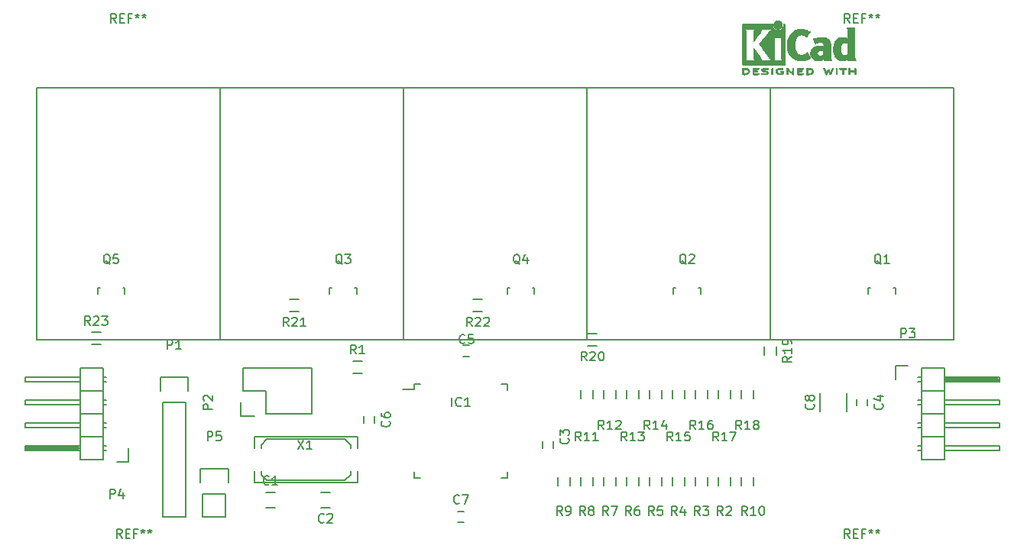
<source format=gto>
G04 #@! TF.FileFunction,Legend,Top*
%FSLAX46Y46*%
G04 Gerber Fmt 4.6, Leading zero omitted, Abs format (unit mm)*
G04 Created by KiCad (PCBNEW 4.0.4+e1-6308~48~ubuntu16.04.1-stable) date Tue Nov 15 20:45:06 2016*
%MOMM*%
%LPD*%
G01*
G04 APERTURE LIST*
%ADD10C,0.100000*%
%ADD11C,0.150000*%
%ADD12C,0.010000*%
G04 APERTURE END LIST*
D10*
D11*
X99060000Y-106680000D02*
X99060000Y-78740000D01*
X99060000Y-78740000D02*
X119380000Y-78740000D01*
X119380000Y-78740000D02*
X119380000Y-106680000D01*
X119380000Y-106680000D02*
X99060000Y-106680000D01*
X174585000Y-122928000D02*
X174585000Y-121928000D01*
X175935000Y-121928000D02*
X175935000Y-122928000D01*
X125468000Y-123610000D02*
X124468000Y-123610000D01*
X124468000Y-125310000D02*
X125468000Y-125310000D01*
X130564000Y-125310000D02*
X131564000Y-125310000D01*
X131564000Y-123610000D02*
X130564000Y-123610000D01*
X156302000Y-118014000D02*
X156302000Y-118714000D01*
X155102000Y-118714000D02*
X155102000Y-118014000D01*
X191100000Y-113315000D02*
X191100000Y-114015000D01*
X189900000Y-114015000D02*
X189900000Y-113315000D01*
X147035000Y-108550000D02*
X146335000Y-108550000D01*
X146335000Y-107350000D02*
X147035000Y-107350000D01*
X136490000Y-115220000D02*
X136490000Y-115920000D01*
X135290000Y-115920000D02*
X135290000Y-115220000D01*
X145700000Y-125765000D02*
X146400000Y-125765000D01*
X146400000Y-126965000D02*
X145700000Y-126965000D01*
X188800000Y-114665000D02*
X188800000Y-112665000D01*
X185850000Y-112665000D02*
X185850000Y-114665000D01*
X140875000Y-111665000D02*
X140875000Y-112240000D01*
X151225000Y-111665000D02*
X151225000Y-112340000D01*
X151225000Y-122015000D02*
X151225000Y-121340000D01*
X140875000Y-122015000D02*
X140875000Y-121340000D01*
X140875000Y-111665000D02*
X141550000Y-111665000D01*
X140875000Y-122015000D02*
X141550000Y-122015000D01*
X151225000Y-122015000D02*
X150550000Y-122015000D01*
X151225000Y-111665000D02*
X150550000Y-111665000D01*
X140875000Y-112240000D02*
X139600000Y-112240000D01*
X115570000Y-113665000D02*
X115570000Y-126365000D01*
X115570000Y-126365000D02*
X113030000Y-126365000D01*
X113030000Y-126365000D02*
X113030000Y-113665000D01*
X115850000Y-110845000D02*
X115850000Y-112395000D01*
X115570000Y-113665000D02*
X113030000Y-113665000D01*
X112750000Y-112395000D02*
X112750000Y-110845000D01*
X112750000Y-110845000D02*
X115850000Y-110845000D01*
X124460000Y-114935000D02*
X129540000Y-114935000D01*
X121640000Y-115215000D02*
X121640000Y-113665000D01*
X121920000Y-112395000D02*
X124460000Y-112395000D01*
X124460000Y-112395000D02*
X124460000Y-114935000D01*
X129540000Y-114935000D02*
X129540000Y-109855000D01*
X129540000Y-109855000D02*
X124460000Y-109855000D01*
X121640000Y-115215000D02*
X123190000Y-115215000D01*
X121920000Y-109855000D02*
X121920000Y-112395000D01*
X124460000Y-109855000D02*
X121920000Y-109855000D01*
X194280000Y-109575000D02*
X194280000Y-111125000D01*
X195580000Y-109575000D02*
X194280000Y-109575000D01*
X199771000Y-110998000D02*
X205613000Y-110998000D01*
X205613000Y-110998000D02*
X205613000Y-111252000D01*
X205613000Y-111252000D02*
X199771000Y-111252000D01*
X199771000Y-111252000D02*
X199771000Y-111125000D01*
X199771000Y-111125000D02*
X205613000Y-111125000D01*
X197104000Y-110871000D02*
X196723000Y-110871000D01*
X197104000Y-111379000D02*
X196723000Y-111379000D01*
X197104000Y-113411000D02*
X196723000Y-113411000D01*
X197104000Y-113919000D02*
X196723000Y-113919000D01*
X197104000Y-115951000D02*
X196723000Y-115951000D01*
X197104000Y-116459000D02*
X196723000Y-116459000D01*
X197104000Y-118999000D02*
X196723000Y-118999000D01*
X197104000Y-118491000D02*
X196723000Y-118491000D01*
X197104000Y-109855000D02*
X199644000Y-109855000D01*
X197104000Y-112395000D02*
X199644000Y-112395000D01*
X197104000Y-112395000D02*
X197104000Y-114935000D01*
X197104000Y-114935000D02*
X199644000Y-114935000D01*
X199644000Y-113411000D02*
X205740000Y-113411000D01*
X205740000Y-113411000D02*
X205740000Y-113919000D01*
X205740000Y-113919000D02*
X199644000Y-113919000D01*
X199644000Y-114935000D02*
X199644000Y-112395000D01*
X199644000Y-112395000D02*
X199644000Y-109855000D01*
X205740000Y-111379000D02*
X199644000Y-111379000D01*
X205740000Y-110871000D02*
X205740000Y-111379000D01*
X199644000Y-110871000D02*
X205740000Y-110871000D01*
X197104000Y-112395000D02*
X199644000Y-112395000D01*
X197104000Y-109855000D02*
X197104000Y-112395000D01*
X197104000Y-117475000D02*
X199644000Y-117475000D01*
X197104000Y-117475000D02*
X197104000Y-120015000D01*
X197104000Y-120015000D02*
X199644000Y-120015000D01*
X199644000Y-118491000D02*
X205740000Y-118491000D01*
X205740000Y-118491000D02*
X205740000Y-118999000D01*
X205740000Y-118999000D02*
X199644000Y-118999000D01*
X199644000Y-120015000D02*
X199644000Y-117475000D01*
X199644000Y-117475000D02*
X199644000Y-114935000D01*
X205740000Y-116459000D02*
X199644000Y-116459000D01*
X205740000Y-115951000D02*
X205740000Y-116459000D01*
X199644000Y-115951000D02*
X205740000Y-115951000D01*
X197104000Y-117475000D02*
X199644000Y-117475000D01*
X197104000Y-114935000D02*
X197104000Y-117475000D01*
X197104000Y-114935000D02*
X199644000Y-114935000D01*
X109250000Y-120295000D02*
X109250000Y-118745000D01*
X107950000Y-120295000D02*
X109250000Y-120295000D01*
X103759000Y-118872000D02*
X97917000Y-118872000D01*
X97917000Y-118872000D02*
X97917000Y-118618000D01*
X97917000Y-118618000D02*
X103759000Y-118618000D01*
X103759000Y-118618000D02*
X103759000Y-118745000D01*
X103759000Y-118745000D02*
X97917000Y-118745000D01*
X106426000Y-118999000D02*
X106807000Y-118999000D01*
X106426000Y-118491000D02*
X106807000Y-118491000D01*
X106426000Y-116459000D02*
X106807000Y-116459000D01*
X106426000Y-115951000D02*
X106807000Y-115951000D01*
X106426000Y-113919000D02*
X106807000Y-113919000D01*
X106426000Y-113411000D02*
X106807000Y-113411000D01*
X106426000Y-110871000D02*
X106807000Y-110871000D01*
X106426000Y-111379000D02*
X106807000Y-111379000D01*
X106426000Y-120015000D02*
X103886000Y-120015000D01*
X106426000Y-117475000D02*
X103886000Y-117475000D01*
X106426000Y-117475000D02*
X106426000Y-114935000D01*
X106426000Y-114935000D02*
X103886000Y-114935000D01*
X103886000Y-116459000D02*
X97790000Y-116459000D01*
X97790000Y-116459000D02*
X97790000Y-115951000D01*
X97790000Y-115951000D02*
X103886000Y-115951000D01*
X103886000Y-114935000D02*
X103886000Y-117475000D01*
X103886000Y-117475000D02*
X103886000Y-120015000D01*
X97790000Y-118491000D02*
X103886000Y-118491000D01*
X97790000Y-118999000D02*
X97790000Y-118491000D01*
X103886000Y-118999000D02*
X97790000Y-118999000D01*
X106426000Y-117475000D02*
X103886000Y-117475000D01*
X106426000Y-120015000D02*
X106426000Y-117475000D01*
X106426000Y-112395000D02*
X103886000Y-112395000D01*
X106426000Y-112395000D02*
X106426000Y-109855000D01*
X106426000Y-109855000D02*
X103886000Y-109855000D01*
X103886000Y-111379000D02*
X97790000Y-111379000D01*
X97790000Y-111379000D02*
X97790000Y-110871000D01*
X97790000Y-110871000D02*
X103886000Y-110871000D01*
X103886000Y-109855000D02*
X103886000Y-112395000D01*
X103886000Y-112395000D02*
X103886000Y-114935000D01*
X97790000Y-113411000D02*
X103886000Y-113411000D01*
X97790000Y-113919000D02*
X97790000Y-113411000D01*
X103886000Y-113919000D02*
X97790000Y-113919000D01*
X106426000Y-112395000D02*
X103886000Y-112395000D01*
X106426000Y-114935000D02*
X106426000Y-112395000D01*
X106426000Y-114935000D02*
X103886000Y-114935000D01*
X191225180Y-101650800D02*
X191225180Y-100949760D01*
X191225180Y-100949760D02*
X191474100Y-100949760D01*
X194024160Y-100949760D02*
X194224820Y-100949760D01*
X194224820Y-100949760D02*
X194224820Y-101650800D01*
X169635180Y-101650800D02*
X169635180Y-100949760D01*
X169635180Y-100949760D02*
X169884100Y-100949760D01*
X172434160Y-100949760D02*
X172634820Y-100949760D01*
X172634820Y-100949760D02*
X172634820Y-101650800D01*
X131535180Y-101650800D02*
X131535180Y-100949760D01*
X131535180Y-100949760D02*
X131784100Y-100949760D01*
X134334160Y-100949760D02*
X134534820Y-100949760D01*
X134534820Y-100949760D02*
X134534820Y-101650800D01*
X151220180Y-101650800D02*
X151220180Y-100949760D01*
X151220180Y-100949760D02*
X151469100Y-100949760D01*
X154019160Y-100949760D02*
X154219820Y-100949760D01*
X154219820Y-100949760D02*
X154219820Y-101650800D01*
X105815180Y-101650800D02*
X105815180Y-100949760D01*
X105815180Y-100949760D02*
X106064100Y-100949760D01*
X108614160Y-100949760D02*
X108814820Y-100949760D01*
X108814820Y-100949760D02*
X108814820Y-101650800D01*
X135120000Y-110403000D02*
X134120000Y-110403000D01*
X134120000Y-109053000D02*
X135120000Y-109053000D01*
X172045000Y-122928000D02*
X172045000Y-121928000D01*
X173395000Y-121928000D02*
X173395000Y-122928000D01*
X169505000Y-122928000D02*
X169505000Y-121928000D01*
X170855000Y-121928000D02*
X170855000Y-122928000D01*
X166965000Y-122928000D02*
X166965000Y-121928000D01*
X168315000Y-121928000D02*
X168315000Y-122928000D01*
X164425000Y-122928000D02*
X164425000Y-121928000D01*
X165775000Y-121928000D02*
X165775000Y-122928000D01*
X161885000Y-122928000D02*
X161885000Y-121928000D01*
X163235000Y-121928000D02*
X163235000Y-122928000D01*
X159345000Y-122928000D02*
X159345000Y-121928000D01*
X160695000Y-121928000D02*
X160695000Y-122928000D01*
X156805000Y-122928000D02*
X156805000Y-121928000D01*
X158155000Y-121928000D02*
X158155000Y-122928000D01*
X177125000Y-122928000D02*
X177125000Y-121928000D01*
X178475000Y-121928000D02*
X178475000Y-122928000D01*
X159345000Y-113276000D02*
X159345000Y-112276000D01*
X160695000Y-112276000D02*
X160695000Y-113276000D01*
X161885000Y-113276000D02*
X161885000Y-112276000D01*
X163235000Y-112276000D02*
X163235000Y-113276000D01*
X164425000Y-113276000D02*
X164425000Y-112276000D01*
X165775000Y-112276000D02*
X165775000Y-113276000D01*
X166965000Y-113276000D02*
X166965000Y-112276000D01*
X168315000Y-112276000D02*
X168315000Y-113276000D01*
X169505000Y-113276000D02*
X169505000Y-112276000D01*
X170855000Y-112276000D02*
X170855000Y-113276000D01*
X172045000Y-113276000D02*
X172045000Y-112276000D01*
X173395000Y-112276000D02*
X173395000Y-113276000D01*
X174585000Y-113276000D02*
X174585000Y-112276000D01*
X175935000Y-112276000D02*
X175935000Y-113276000D01*
X177125000Y-113276000D02*
X177125000Y-112276000D01*
X178475000Y-112276000D02*
X178475000Y-113276000D01*
X181015000Y-107450000D02*
X181015000Y-108450000D01*
X179665000Y-108450000D02*
X179665000Y-107450000D01*
X160155000Y-106005000D02*
X161155000Y-106005000D01*
X161155000Y-107355000D02*
X160155000Y-107355000D01*
X127135000Y-102195000D02*
X128135000Y-102195000D01*
X128135000Y-103545000D02*
X127135000Y-103545000D01*
X147455000Y-102195000D02*
X148455000Y-102195000D01*
X148455000Y-103545000D02*
X147455000Y-103545000D01*
X106164000Y-107228000D02*
X105164000Y-107228000D01*
X105164000Y-105878000D02*
X106164000Y-105878000D01*
X123952000Y-118364000D02*
X123952000Y-118745000D01*
X123952000Y-121666000D02*
X123952000Y-121285000D01*
X133858000Y-121666000D02*
X133858000Y-121285000D01*
X133858000Y-118364000D02*
X133858000Y-118745000D01*
X134620000Y-117475000D02*
X134620000Y-118745000D01*
X134620000Y-122555000D02*
X134620000Y-121285000D01*
X123190000Y-122555000D02*
X123190000Y-121285000D01*
X123190000Y-117475000D02*
X123190000Y-118745000D01*
X123952000Y-121666000D02*
X124587000Y-122301000D01*
X124587000Y-122301000D02*
X133223000Y-122301000D01*
X133223000Y-122301000D02*
X133858000Y-121666000D01*
X133858000Y-118364000D02*
X133223000Y-117729000D01*
X133223000Y-117729000D02*
X124587000Y-117729000D01*
X124587000Y-117729000D02*
X123952000Y-118364000D01*
X134620000Y-122555000D02*
X123190000Y-122555000D01*
X123190000Y-117475000D02*
X134620000Y-117475000D01*
X120015000Y-123825000D02*
X120015000Y-126365000D01*
X120295000Y-121005000D02*
X120295000Y-122555000D01*
X120015000Y-123825000D02*
X117475000Y-123825000D01*
X117195000Y-122555000D02*
X117195000Y-121005000D01*
X117195000Y-121005000D02*
X120295000Y-121005000D01*
X117475000Y-123825000D02*
X117475000Y-126365000D01*
X117475000Y-126365000D02*
X120015000Y-126365000D01*
D12*
G36*
X177393629Y-76564066D02*
X177433111Y-76564467D01*
X177548800Y-76567259D01*
X177645689Y-76575550D01*
X177727081Y-76590232D01*
X177796277Y-76612193D01*
X177856580Y-76642322D01*
X177911292Y-76681510D01*
X177930833Y-76698532D01*
X177963250Y-76738363D01*
X177992480Y-76792413D01*
X178015009Y-76852323D01*
X178027321Y-76909739D01*
X178028600Y-76930956D01*
X178020583Y-76989769D01*
X177999101Y-77054013D01*
X177968001Y-77114821D01*
X177931134Y-77163330D01*
X177925146Y-77169182D01*
X177874421Y-77210321D01*
X177818875Y-77242435D01*
X177755304Y-77266365D01*
X177680506Y-77282953D01*
X177591278Y-77293041D01*
X177484418Y-77297469D01*
X177435472Y-77297845D01*
X177373238Y-77297545D01*
X177329472Y-77296292D01*
X177300069Y-77293554D01*
X177280921Y-77288801D01*
X177267923Y-77281501D01*
X177260955Y-77275267D01*
X177254374Y-77267694D01*
X177249212Y-77257924D01*
X177245297Y-77243340D01*
X177242457Y-77221326D01*
X177240520Y-77189264D01*
X177239316Y-77144536D01*
X177238672Y-77084526D01*
X177238417Y-77006617D01*
X177238378Y-76930956D01*
X177238130Y-76830041D01*
X177238183Y-76749427D01*
X177239143Y-76710822D01*
X177385133Y-76710822D01*
X177385133Y-77151089D01*
X177478266Y-77151004D01*
X177534307Y-77149396D01*
X177593001Y-77145256D01*
X177641972Y-77139464D01*
X177643462Y-77139226D01*
X177722608Y-77120090D01*
X177783998Y-77090287D01*
X177830695Y-77047878D01*
X177860365Y-77001961D01*
X177878647Y-76951026D01*
X177877229Y-76903200D01*
X177856012Y-76851933D01*
X177814511Y-76798899D01*
X177757002Y-76759600D01*
X177682250Y-76733331D01*
X177632292Y-76724035D01*
X177575584Y-76717507D01*
X177515481Y-76712782D01*
X177464361Y-76710817D01*
X177461333Y-76710808D01*
X177385133Y-76710822D01*
X177239143Y-76710822D01*
X177239740Y-76686851D01*
X177244002Y-76640055D01*
X177252170Y-76606778D01*
X177265444Y-76584759D01*
X177285026Y-76571739D01*
X177312117Y-76565457D01*
X177347918Y-76563653D01*
X177393629Y-76564066D01*
X177393629Y-76564066D01*
G37*
X177393629Y-76564066D02*
X177433111Y-76564467D01*
X177548800Y-76567259D01*
X177645689Y-76575550D01*
X177727081Y-76590232D01*
X177796277Y-76612193D01*
X177856580Y-76642322D01*
X177911292Y-76681510D01*
X177930833Y-76698532D01*
X177963250Y-76738363D01*
X177992480Y-76792413D01*
X178015009Y-76852323D01*
X178027321Y-76909739D01*
X178028600Y-76930956D01*
X178020583Y-76989769D01*
X177999101Y-77054013D01*
X177968001Y-77114821D01*
X177931134Y-77163330D01*
X177925146Y-77169182D01*
X177874421Y-77210321D01*
X177818875Y-77242435D01*
X177755304Y-77266365D01*
X177680506Y-77282953D01*
X177591278Y-77293041D01*
X177484418Y-77297469D01*
X177435472Y-77297845D01*
X177373238Y-77297545D01*
X177329472Y-77296292D01*
X177300069Y-77293554D01*
X177280921Y-77288801D01*
X177267923Y-77281501D01*
X177260955Y-77275267D01*
X177254374Y-77267694D01*
X177249212Y-77257924D01*
X177245297Y-77243340D01*
X177242457Y-77221326D01*
X177240520Y-77189264D01*
X177239316Y-77144536D01*
X177238672Y-77084526D01*
X177238417Y-77006617D01*
X177238378Y-76930956D01*
X177238130Y-76830041D01*
X177238183Y-76749427D01*
X177239143Y-76710822D01*
X177385133Y-76710822D01*
X177385133Y-77151089D01*
X177478266Y-77151004D01*
X177534307Y-77149396D01*
X177593001Y-77145256D01*
X177641972Y-77139464D01*
X177643462Y-77139226D01*
X177722608Y-77120090D01*
X177783998Y-77090287D01*
X177830695Y-77047878D01*
X177860365Y-77001961D01*
X177878647Y-76951026D01*
X177877229Y-76903200D01*
X177856012Y-76851933D01*
X177814511Y-76798899D01*
X177757002Y-76759600D01*
X177682250Y-76733331D01*
X177632292Y-76724035D01*
X177575584Y-76717507D01*
X177515481Y-76712782D01*
X177464361Y-76710817D01*
X177461333Y-76710808D01*
X177385133Y-76710822D01*
X177239143Y-76710822D01*
X177239740Y-76686851D01*
X177244002Y-76640055D01*
X177252170Y-76606778D01*
X177265444Y-76584759D01*
X177285026Y-76571739D01*
X177312117Y-76565457D01*
X177347918Y-76563653D01*
X177393629Y-76564066D01*
G36*
X178802206Y-76564146D02*
X178871614Y-76564518D01*
X178924003Y-76565385D01*
X178962153Y-76566946D01*
X178988841Y-76569403D01*
X179006847Y-76572957D01*
X179018951Y-76577810D01*
X179027931Y-76584161D01*
X179031182Y-76587084D01*
X179050957Y-76618142D01*
X179054518Y-76653828D01*
X179041509Y-76685510D01*
X179035494Y-76691913D01*
X179025765Y-76698121D01*
X179010099Y-76702910D01*
X178985592Y-76706514D01*
X178949339Y-76709164D01*
X178898435Y-76711095D01*
X178829974Y-76712539D01*
X178767383Y-76713418D01*
X178519666Y-76716467D01*
X178516281Y-76781378D01*
X178512895Y-76846289D01*
X178681042Y-76846289D01*
X178754041Y-76846919D01*
X178807483Y-76849553D01*
X178844372Y-76855309D01*
X178867712Y-76865304D01*
X178880506Y-76880656D01*
X178885758Y-76902482D01*
X178886555Y-76922738D01*
X178884077Y-76947592D01*
X178874723Y-76965906D01*
X178855617Y-76978637D01*
X178823882Y-76986741D01*
X178776641Y-76991176D01*
X178711017Y-76992899D01*
X178675199Y-76993045D01*
X178514022Y-76993045D01*
X178514022Y-77151089D01*
X178762378Y-77151089D01*
X178843787Y-77151202D01*
X178905658Y-77151712D01*
X178951032Y-77152870D01*
X178982946Y-77154930D01*
X179004441Y-77158146D01*
X179018557Y-77162772D01*
X179028332Y-77169059D01*
X179033311Y-77173667D01*
X179050390Y-77200560D01*
X179055889Y-77224467D01*
X179048037Y-77253667D01*
X179033311Y-77275267D01*
X179025454Y-77282066D01*
X179015312Y-77287346D01*
X179000156Y-77291298D01*
X178977259Y-77294113D01*
X178943891Y-77295982D01*
X178897325Y-77297098D01*
X178834833Y-77297651D01*
X178753686Y-77297833D01*
X178711578Y-77297845D01*
X178621402Y-77297765D01*
X178551076Y-77297398D01*
X178497871Y-77296552D01*
X178459060Y-77295036D01*
X178431913Y-77292659D01*
X178413702Y-77289229D01*
X178401700Y-77284554D01*
X178393178Y-77278444D01*
X178389844Y-77275267D01*
X178383245Y-77267670D01*
X178378073Y-77257870D01*
X178374154Y-77243239D01*
X178371316Y-77221152D01*
X178369385Y-77188982D01*
X178368188Y-77144103D01*
X178367552Y-77083889D01*
X178367303Y-77005713D01*
X178367266Y-76932923D01*
X178367300Y-76839707D01*
X178367535Y-76766431D01*
X178368170Y-76710458D01*
X178369406Y-76669151D01*
X178371444Y-76639872D01*
X178374483Y-76619984D01*
X178378723Y-76606850D01*
X178384365Y-76597832D01*
X178391609Y-76590293D01*
X178393394Y-76588612D01*
X178402055Y-76581172D01*
X178412118Y-76575409D01*
X178426375Y-76571112D01*
X178447617Y-76568064D01*
X178478636Y-76566051D01*
X178522223Y-76564860D01*
X178581169Y-76564275D01*
X178658266Y-76564083D01*
X178712999Y-76564067D01*
X178802206Y-76564146D01*
X178802206Y-76564146D01*
G37*
X178802206Y-76564146D02*
X178871614Y-76564518D01*
X178924003Y-76565385D01*
X178962153Y-76566946D01*
X178988841Y-76569403D01*
X179006847Y-76572957D01*
X179018951Y-76577810D01*
X179027931Y-76584161D01*
X179031182Y-76587084D01*
X179050957Y-76618142D01*
X179054518Y-76653828D01*
X179041509Y-76685510D01*
X179035494Y-76691913D01*
X179025765Y-76698121D01*
X179010099Y-76702910D01*
X178985592Y-76706514D01*
X178949339Y-76709164D01*
X178898435Y-76711095D01*
X178829974Y-76712539D01*
X178767383Y-76713418D01*
X178519666Y-76716467D01*
X178516281Y-76781378D01*
X178512895Y-76846289D01*
X178681042Y-76846289D01*
X178754041Y-76846919D01*
X178807483Y-76849553D01*
X178844372Y-76855309D01*
X178867712Y-76865304D01*
X178880506Y-76880656D01*
X178885758Y-76902482D01*
X178886555Y-76922738D01*
X178884077Y-76947592D01*
X178874723Y-76965906D01*
X178855617Y-76978637D01*
X178823882Y-76986741D01*
X178776641Y-76991176D01*
X178711017Y-76992899D01*
X178675199Y-76993045D01*
X178514022Y-76993045D01*
X178514022Y-77151089D01*
X178762378Y-77151089D01*
X178843787Y-77151202D01*
X178905658Y-77151712D01*
X178951032Y-77152870D01*
X178982946Y-77154930D01*
X179004441Y-77158146D01*
X179018557Y-77162772D01*
X179028332Y-77169059D01*
X179033311Y-77173667D01*
X179050390Y-77200560D01*
X179055889Y-77224467D01*
X179048037Y-77253667D01*
X179033311Y-77275267D01*
X179025454Y-77282066D01*
X179015312Y-77287346D01*
X179000156Y-77291298D01*
X178977259Y-77294113D01*
X178943891Y-77295982D01*
X178897325Y-77297098D01*
X178834833Y-77297651D01*
X178753686Y-77297833D01*
X178711578Y-77297845D01*
X178621402Y-77297765D01*
X178551076Y-77297398D01*
X178497871Y-77296552D01*
X178459060Y-77295036D01*
X178431913Y-77292659D01*
X178413702Y-77289229D01*
X178401700Y-77284554D01*
X178393178Y-77278444D01*
X178389844Y-77275267D01*
X178383245Y-77267670D01*
X178378073Y-77257870D01*
X178374154Y-77243239D01*
X178371316Y-77221152D01*
X178369385Y-77188982D01*
X178368188Y-77144103D01*
X178367552Y-77083889D01*
X178367303Y-77005713D01*
X178367266Y-76932923D01*
X178367300Y-76839707D01*
X178367535Y-76766431D01*
X178368170Y-76710458D01*
X178369406Y-76669151D01*
X178371444Y-76639872D01*
X178374483Y-76619984D01*
X178378723Y-76606850D01*
X178384365Y-76597832D01*
X178391609Y-76590293D01*
X178393394Y-76588612D01*
X178402055Y-76581172D01*
X178412118Y-76575409D01*
X178426375Y-76571112D01*
X178447617Y-76568064D01*
X178478636Y-76566051D01*
X178522223Y-76564860D01*
X178581169Y-76564275D01*
X178658266Y-76564083D01*
X178712999Y-76564067D01*
X178802206Y-76564146D01*
G36*
X179823297Y-76565351D02*
X179898112Y-76570581D01*
X179967694Y-76578750D01*
X180027998Y-76589550D01*
X180074980Y-76602673D01*
X180104594Y-76617813D01*
X180109140Y-76622269D01*
X180124946Y-76656850D01*
X180120153Y-76692351D01*
X180095636Y-76722725D01*
X180094466Y-76723596D01*
X180080046Y-76732954D01*
X180064992Y-76737876D01*
X180043995Y-76738473D01*
X180011743Y-76734861D01*
X179962927Y-76727154D01*
X179959000Y-76726505D01*
X179886261Y-76717569D01*
X179807783Y-76713161D01*
X179729073Y-76713119D01*
X179655639Y-76717279D01*
X179592989Y-76725479D01*
X179546630Y-76737557D01*
X179543584Y-76738771D01*
X179509952Y-76757615D01*
X179498136Y-76776685D01*
X179507386Y-76795439D01*
X179536953Y-76813337D01*
X179586089Y-76829837D01*
X179654043Y-76844396D01*
X179699355Y-76851406D01*
X179793544Y-76864889D01*
X179868456Y-76877214D01*
X179927283Y-76889449D01*
X179973215Y-76902661D01*
X180009445Y-76917917D01*
X180039162Y-76936285D01*
X180065558Y-76958831D01*
X180086770Y-76980971D01*
X180111935Y-77011819D01*
X180124319Y-77038345D01*
X180128192Y-77071026D01*
X180128333Y-77082995D01*
X180125424Y-77122712D01*
X180113798Y-77152259D01*
X180093677Y-77178486D01*
X180052784Y-77218576D01*
X180007183Y-77249149D01*
X179953487Y-77271203D01*
X179888308Y-77285735D01*
X179808256Y-77293741D01*
X179709943Y-77296218D01*
X179693711Y-77296177D01*
X179628151Y-77294818D01*
X179563134Y-77291730D01*
X179505748Y-77287356D01*
X179463078Y-77282140D01*
X179459628Y-77281541D01*
X179417204Y-77271491D01*
X179381220Y-77258796D01*
X179360850Y-77247190D01*
X179341893Y-77216572D01*
X179340573Y-77180918D01*
X179356915Y-77149144D01*
X179360571Y-77145551D01*
X179375685Y-77134876D01*
X179394585Y-77130276D01*
X179423838Y-77131059D01*
X179459349Y-77135127D01*
X179499030Y-77138762D01*
X179554655Y-77141828D01*
X179619594Y-77144053D01*
X179687215Y-77145164D01*
X179705000Y-77145237D01*
X179772872Y-77144964D01*
X179822546Y-77143646D01*
X179858390Y-77140827D01*
X179884776Y-77136050D01*
X179906074Y-77128857D01*
X179918874Y-77122867D01*
X179947000Y-77106233D01*
X179964932Y-77091168D01*
X179967553Y-77086897D01*
X179962024Y-77069263D01*
X179935740Y-77052192D01*
X179890522Y-77036458D01*
X179828192Y-77022838D01*
X179809829Y-77019804D01*
X179713910Y-77004738D01*
X179637359Y-76992146D01*
X179577220Y-76981111D01*
X179530540Y-76970720D01*
X179494363Y-76960056D01*
X179465735Y-76948205D01*
X179441702Y-76934251D01*
X179419308Y-76917281D01*
X179395598Y-76896378D01*
X179387620Y-76889049D01*
X179359647Y-76861699D01*
X179344840Y-76840029D01*
X179339048Y-76815232D01*
X179338111Y-76783983D01*
X179348425Y-76722705D01*
X179379248Y-76670640D01*
X179430405Y-76627958D01*
X179501717Y-76594825D01*
X179552600Y-76579964D01*
X179607900Y-76570366D01*
X179674147Y-76564936D01*
X179747294Y-76563367D01*
X179823297Y-76565351D01*
X179823297Y-76565351D01*
G37*
X179823297Y-76565351D02*
X179898112Y-76570581D01*
X179967694Y-76578750D01*
X180027998Y-76589550D01*
X180074980Y-76602673D01*
X180104594Y-76617813D01*
X180109140Y-76622269D01*
X180124946Y-76656850D01*
X180120153Y-76692351D01*
X180095636Y-76722725D01*
X180094466Y-76723596D01*
X180080046Y-76732954D01*
X180064992Y-76737876D01*
X180043995Y-76738473D01*
X180011743Y-76734861D01*
X179962927Y-76727154D01*
X179959000Y-76726505D01*
X179886261Y-76717569D01*
X179807783Y-76713161D01*
X179729073Y-76713119D01*
X179655639Y-76717279D01*
X179592989Y-76725479D01*
X179546630Y-76737557D01*
X179543584Y-76738771D01*
X179509952Y-76757615D01*
X179498136Y-76776685D01*
X179507386Y-76795439D01*
X179536953Y-76813337D01*
X179586089Y-76829837D01*
X179654043Y-76844396D01*
X179699355Y-76851406D01*
X179793544Y-76864889D01*
X179868456Y-76877214D01*
X179927283Y-76889449D01*
X179973215Y-76902661D01*
X180009445Y-76917917D01*
X180039162Y-76936285D01*
X180065558Y-76958831D01*
X180086770Y-76980971D01*
X180111935Y-77011819D01*
X180124319Y-77038345D01*
X180128192Y-77071026D01*
X180128333Y-77082995D01*
X180125424Y-77122712D01*
X180113798Y-77152259D01*
X180093677Y-77178486D01*
X180052784Y-77218576D01*
X180007183Y-77249149D01*
X179953487Y-77271203D01*
X179888308Y-77285735D01*
X179808256Y-77293741D01*
X179709943Y-77296218D01*
X179693711Y-77296177D01*
X179628151Y-77294818D01*
X179563134Y-77291730D01*
X179505748Y-77287356D01*
X179463078Y-77282140D01*
X179459628Y-77281541D01*
X179417204Y-77271491D01*
X179381220Y-77258796D01*
X179360850Y-77247190D01*
X179341893Y-77216572D01*
X179340573Y-77180918D01*
X179356915Y-77149144D01*
X179360571Y-77145551D01*
X179375685Y-77134876D01*
X179394585Y-77130276D01*
X179423838Y-77131059D01*
X179459349Y-77135127D01*
X179499030Y-77138762D01*
X179554655Y-77141828D01*
X179619594Y-77144053D01*
X179687215Y-77145164D01*
X179705000Y-77145237D01*
X179772872Y-77144964D01*
X179822546Y-77143646D01*
X179858390Y-77140827D01*
X179884776Y-77136050D01*
X179906074Y-77128857D01*
X179918874Y-77122867D01*
X179947000Y-77106233D01*
X179964932Y-77091168D01*
X179967553Y-77086897D01*
X179962024Y-77069263D01*
X179935740Y-77052192D01*
X179890522Y-77036458D01*
X179828192Y-77022838D01*
X179809829Y-77019804D01*
X179713910Y-77004738D01*
X179637359Y-76992146D01*
X179577220Y-76981111D01*
X179530540Y-76970720D01*
X179494363Y-76960056D01*
X179465735Y-76948205D01*
X179441702Y-76934251D01*
X179419308Y-76917281D01*
X179395598Y-76896378D01*
X179387620Y-76889049D01*
X179359647Y-76861699D01*
X179344840Y-76840029D01*
X179339048Y-76815232D01*
X179338111Y-76783983D01*
X179348425Y-76722705D01*
X179379248Y-76670640D01*
X179430405Y-76627958D01*
X179501717Y-76594825D01*
X179552600Y-76579964D01*
X179607900Y-76570366D01*
X179674147Y-76564936D01*
X179747294Y-76563367D01*
X179823297Y-76565351D01*
G36*
X180591178Y-76586645D02*
X180597758Y-76594218D01*
X180602921Y-76603987D01*
X180606836Y-76618571D01*
X180609676Y-76640585D01*
X180611613Y-76672648D01*
X180612817Y-76717375D01*
X180613461Y-76777385D01*
X180613716Y-76855294D01*
X180613755Y-76930956D01*
X180613686Y-77024802D01*
X180613362Y-77098689D01*
X180612614Y-77155232D01*
X180611268Y-77197049D01*
X180609154Y-77226757D01*
X180606100Y-77246973D01*
X180601934Y-77260314D01*
X180596484Y-77269398D01*
X180591178Y-77275267D01*
X180558174Y-77294947D01*
X180523009Y-77293181D01*
X180491545Y-77271717D01*
X180484316Y-77263337D01*
X180478666Y-77253614D01*
X180474401Y-77239861D01*
X180471327Y-77219389D01*
X180469248Y-77189512D01*
X180467970Y-77147541D01*
X180467299Y-77090789D01*
X180467041Y-77016567D01*
X180467000Y-76932537D01*
X180467000Y-76619485D01*
X180494709Y-76591776D01*
X180528863Y-76568463D01*
X180561994Y-76567623D01*
X180591178Y-76586645D01*
X180591178Y-76586645D01*
G37*
X180591178Y-76586645D02*
X180597758Y-76594218D01*
X180602921Y-76603987D01*
X180606836Y-76618571D01*
X180609676Y-76640585D01*
X180611613Y-76672648D01*
X180612817Y-76717375D01*
X180613461Y-76777385D01*
X180613716Y-76855294D01*
X180613755Y-76930956D01*
X180613686Y-77024802D01*
X180613362Y-77098689D01*
X180612614Y-77155232D01*
X180611268Y-77197049D01*
X180609154Y-77226757D01*
X180606100Y-77246973D01*
X180601934Y-77260314D01*
X180596484Y-77269398D01*
X180591178Y-77275267D01*
X180558174Y-77294947D01*
X180523009Y-77293181D01*
X180491545Y-77271717D01*
X180484316Y-77263337D01*
X180478666Y-77253614D01*
X180474401Y-77239861D01*
X180471327Y-77219389D01*
X180469248Y-77189512D01*
X180467970Y-77147541D01*
X180467299Y-77090789D01*
X180467041Y-77016567D01*
X180467000Y-76932537D01*
X180467000Y-76619485D01*
X180494709Y-76591776D01*
X180528863Y-76568463D01*
X180561994Y-76567623D01*
X180591178Y-76586645D01*
G36*
X181564919Y-76569599D02*
X181633435Y-76581095D01*
X181686057Y-76598967D01*
X181720292Y-76622499D01*
X181729621Y-76635924D01*
X181739107Y-76667148D01*
X181732723Y-76695395D01*
X181712570Y-76722182D01*
X181681255Y-76734713D01*
X181635817Y-76733696D01*
X181600674Y-76726906D01*
X181522581Y-76713971D01*
X181442774Y-76712742D01*
X181353445Y-76723241D01*
X181328771Y-76727690D01*
X181245709Y-76751108D01*
X181180727Y-76785945D01*
X181134539Y-76831604D01*
X181107855Y-76887494D01*
X181102337Y-76916388D01*
X181105949Y-76975012D01*
X181129271Y-77026879D01*
X181170176Y-77070978D01*
X181226541Y-77106299D01*
X181296240Y-77131829D01*
X181377148Y-77146559D01*
X181467140Y-77149478D01*
X181564090Y-77139575D01*
X181569564Y-77138641D01*
X181608125Y-77131459D01*
X181629506Y-77124521D01*
X181638773Y-77114227D01*
X181640994Y-77096976D01*
X181641044Y-77087841D01*
X181641044Y-77049489D01*
X181572569Y-77049489D01*
X181512100Y-77045347D01*
X181470835Y-77032147D01*
X181446825Y-77008730D01*
X181438123Y-76973936D01*
X181438017Y-76969394D01*
X181443108Y-76939654D01*
X181460567Y-76918419D01*
X181493061Y-76904366D01*
X181543257Y-76896173D01*
X181591877Y-76893161D01*
X181662544Y-76891433D01*
X181713802Y-76894070D01*
X181748761Y-76903800D01*
X181770530Y-76923353D01*
X181782220Y-76955456D01*
X181786940Y-77002838D01*
X181787800Y-77065071D01*
X181786391Y-77134535D01*
X181782152Y-77181786D01*
X181775064Y-77207012D01*
X181773689Y-77208988D01*
X181734772Y-77240508D01*
X181677714Y-77265470D01*
X181606131Y-77283340D01*
X181523642Y-77293586D01*
X181433861Y-77295673D01*
X181340408Y-77289068D01*
X181285444Y-77280956D01*
X181199234Y-77256554D01*
X181119108Y-77216662D01*
X181052023Y-77164887D01*
X181041827Y-77154539D01*
X181008698Y-77111035D01*
X180978806Y-77057118D01*
X180955643Y-77000592D01*
X180942702Y-76949259D01*
X180941142Y-76929544D01*
X180947782Y-76888419D01*
X180965432Y-76837252D01*
X180990703Y-76783394D01*
X181020211Y-76734195D01*
X181046281Y-76701334D01*
X181107235Y-76652452D01*
X181186031Y-76613545D01*
X181279843Y-76585494D01*
X181385850Y-76569179D01*
X181483000Y-76565192D01*
X181564919Y-76569599D01*
X181564919Y-76569599D01*
G37*
X181564919Y-76569599D02*
X181633435Y-76581095D01*
X181686057Y-76598967D01*
X181720292Y-76622499D01*
X181729621Y-76635924D01*
X181739107Y-76667148D01*
X181732723Y-76695395D01*
X181712570Y-76722182D01*
X181681255Y-76734713D01*
X181635817Y-76733696D01*
X181600674Y-76726906D01*
X181522581Y-76713971D01*
X181442774Y-76712742D01*
X181353445Y-76723241D01*
X181328771Y-76727690D01*
X181245709Y-76751108D01*
X181180727Y-76785945D01*
X181134539Y-76831604D01*
X181107855Y-76887494D01*
X181102337Y-76916388D01*
X181105949Y-76975012D01*
X181129271Y-77026879D01*
X181170176Y-77070978D01*
X181226541Y-77106299D01*
X181296240Y-77131829D01*
X181377148Y-77146559D01*
X181467140Y-77149478D01*
X181564090Y-77139575D01*
X181569564Y-77138641D01*
X181608125Y-77131459D01*
X181629506Y-77124521D01*
X181638773Y-77114227D01*
X181640994Y-77096976D01*
X181641044Y-77087841D01*
X181641044Y-77049489D01*
X181572569Y-77049489D01*
X181512100Y-77045347D01*
X181470835Y-77032147D01*
X181446825Y-77008730D01*
X181438123Y-76973936D01*
X181438017Y-76969394D01*
X181443108Y-76939654D01*
X181460567Y-76918419D01*
X181493061Y-76904366D01*
X181543257Y-76896173D01*
X181591877Y-76893161D01*
X181662544Y-76891433D01*
X181713802Y-76894070D01*
X181748761Y-76903800D01*
X181770530Y-76923353D01*
X181782220Y-76955456D01*
X181786940Y-77002838D01*
X181787800Y-77065071D01*
X181786391Y-77134535D01*
X181782152Y-77181786D01*
X181775064Y-77207012D01*
X181773689Y-77208988D01*
X181734772Y-77240508D01*
X181677714Y-77265470D01*
X181606131Y-77283340D01*
X181523642Y-77293586D01*
X181433861Y-77295673D01*
X181340408Y-77289068D01*
X181285444Y-77280956D01*
X181199234Y-77256554D01*
X181119108Y-77216662D01*
X181052023Y-77164887D01*
X181041827Y-77154539D01*
X181008698Y-77111035D01*
X180978806Y-77057118D01*
X180955643Y-77000592D01*
X180942702Y-76949259D01*
X180941142Y-76929544D01*
X180947782Y-76888419D01*
X180965432Y-76837252D01*
X180990703Y-76783394D01*
X181020211Y-76734195D01*
X181046281Y-76701334D01*
X181107235Y-76652452D01*
X181186031Y-76613545D01*
X181279843Y-76585494D01*
X181385850Y-76569179D01*
X181483000Y-76565192D01*
X181564919Y-76569599D01*
G36*
X182214886Y-76568448D02*
X182238452Y-76582273D01*
X182269265Y-76604881D01*
X182308922Y-76637338D01*
X182359020Y-76680708D01*
X182421157Y-76736058D01*
X182496928Y-76804451D01*
X182583666Y-76883084D01*
X182764289Y-77046878D01*
X182769933Y-76827029D01*
X182771971Y-76751351D01*
X182773937Y-76694994D01*
X182776266Y-76654706D01*
X182779394Y-76627235D01*
X182783755Y-76609329D01*
X182789784Y-76597737D01*
X182797916Y-76589208D01*
X182802228Y-76585623D01*
X182836759Y-76566670D01*
X182869617Y-76569441D01*
X182895682Y-76585633D01*
X182922333Y-76607199D01*
X182925648Y-76922151D01*
X182926565Y-77014779D01*
X182927032Y-77087544D01*
X182926887Y-77143161D01*
X182925968Y-77184342D01*
X182924113Y-77213803D01*
X182921161Y-77234255D01*
X182916950Y-77248413D01*
X182911318Y-77258991D01*
X182905073Y-77267474D01*
X182891561Y-77283207D01*
X182878117Y-77293636D01*
X182862876Y-77297639D01*
X182843974Y-77294094D01*
X182819545Y-77281879D01*
X182787727Y-77259871D01*
X182746652Y-77226949D01*
X182694458Y-77181991D01*
X182629278Y-77123875D01*
X182555444Y-77057099D01*
X182290155Y-76816458D01*
X182284511Y-77035589D01*
X182282469Y-77111128D01*
X182280498Y-77167354D01*
X182278161Y-77207524D01*
X182275019Y-77234896D01*
X182270636Y-77252728D01*
X182264576Y-77264279D01*
X182256400Y-77272807D01*
X182252216Y-77276282D01*
X182215235Y-77295372D01*
X182180292Y-77292493D01*
X182149864Y-77268100D01*
X182142903Y-77258286D01*
X182137477Y-77246826D01*
X182133397Y-77230968D01*
X182130471Y-77207963D01*
X182128508Y-77175062D01*
X182127317Y-77129516D01*
X182126708Y-77068573D01*
X182126489Y-76989486D01*
X182126466Y-76930956D01*
X182126540Y-76839407D01*
X182126887Y-76767687D01*
X182127699Y-76713045D01*
X182129167Y-76672732D01*
X182131481Y-76643998D01*
X182134833Y-76624093D01*
X182139412Y-76610268D01*
X182145411Y-76599772D01*
X182149864Y-76593811D01*
X182161150Y-76579691D01*
X182171699Y-76569029D01*
X182183107Y-76562892D01*
X182196970Y-76562343D01*
X182214886Y-76568448D01*
X182214886Y-76568448D01*
G37*
X182214886Y-76568448D02*
X182238452Y-76582273D01*
X182269265Y-76604881D01*
X182308922Y-76637338D01*
X182359020Y-76680708D01*
X182421157Y-76736058D01*
X182496928Y-76804451D01*
X182583666Y-76883084D01*
X182764289Y-77046878D01*
X182769933Y-76827029D01*
X182771971Y-76751351D01*
X182773937Y-76694994D01*
X182776266Y-76654706D01*
X182779394Y-76627235D01*
X182783755Y-76609329D01*
X182789784Y-76597737D01*
X182797916Y-76589208D01*
X182802228Y-76585623D01*
X182836759Y-76566670D01*
X182869617Y-76569441D01*
X182895682Y-76585633D01*
X182922333Y-76607199D01*
X182925648Y-76922151D01*
X182926565Y-77014779D01*
X182927032Y-77087544D01*
X182926887Y-77143161D01*
X182925968Y-77184342D01*
X182924113Y-77213803D01*
X182921161Y-77234255D01*
X182916950Y-77248413D01*
X182911318Y-77258991D01*
X182905073Y-77267474D01*
X182891561Y-77283207D01*
X182878117Y-77293636D01*
X182862876Y-77297639D01*
X182843974Y-77294094D01*
X182819545Y-77281879D01*
X182787727Y-77259871D01*
X182746652Y-77226949D01*
X182694458Y-77181991D01*
X182629278Y-77123875D01*
X182555444Y-77057099D01*
X182290155Y-76816458D01*
X182284511Y-77035589D01*
X182282469Y-77111128D01*
X182280498Y-77167354D01*
X182278161Y-77207524D01*
X182275019Y-77234896D01*
X182270636Y-77252728D01*
X182264576Y-77264279D01*
X182256400Y-77272807D01*
X182252216Y-77276282D01*
X182215235Y-77295372D01*
X182180292Y-77292493D01*
X182149864Y-77268100D01*
X182142903Y-77258286D01*
X182137477Y-77246826D01*
X182133397Y-77230968D01*
X182130471Y-77207963D01*
X182128508Y-77175062D01*
X182127317Y-77129516D01*
X182126708Y-77068573D01*
X182126489Y-76989486D01*
X182126466Y-76930956D01*
X182126540Y-76839407D01*
X182126887Y-76767687D01*
X182127699Y-76713045D01*
X182129167Y-76672732D01*
X182131481Y-76643998D01*
X182134833Y-76624093D01*
X182139412Y-76610268D01*
X182145411Y-76599772D01*
X182149864Y-76593811D01*
X182161150Y-76579691D01*
X182171699Y-76569029D01*
X182183107Y-76562892D01*
X182196970Y-76562343D01*
X182214886Y-76568448D01*
G36*
X183745343Y-76564260D02*
X183821701Y-76565174D01*
X183880217Y-76567311D01*
X183923255Y-76571175D01*
X183953183Y-76577267D01*
X183972368Y-76586090D01*
X183983176Y-76598146D01*
X183987973Y-76613939D01*
X183989127Y-76633970D01*
X183989133Y-76636335D01*
X183988131Y-76658992D01*
X183983396Y-76676503D01*
X183972333Y-76689574D01*
X183952348Y-76698913D01*
X183920846Y-76705227D01*
X183875232Y-76709222D01*
X183812913Y-76711606D01*
X183731293Y-76713086D01*
X183706277Y-76713414D01*
X183464200Y-76716467D01*
X183460814Y-76781378D01*
X183457429Y-76846289D01*
X183625576Y-76846289D01*
X183691266Y-76846531D01*
X183738172Y-76847556D01*
X183770083Y-76849811D01*
X183790791Y-76853742D01*
X183804084Y-76859798D01*
X183813755Y-76868424D01*
X183813817Y-76868493D01*
X183831356Y-76902112D01*
X183830722Y-76938448D01*
X183812314Y-76969423D01*
X183808671Y-76972607D01*
X183795741Y-76980812D01*
X183778024Y-76986521D01*
X183751570Y-76990162D01*
X183712432Y-76992167D01*
X183656662Y-76992964D01*
X183620994Y-76993045D01*
X183458555Y-76993045D01*
X183458555Y-77151089D01*
X183705161Y-77151089D01*
X183786580Y-77151231D01*
X183848410Y-77151814D01*
X183893637Y-77153068D01*
X183925248Y-77155227D01*
X183946231Y-77158523D01*
X183959573Y-77163189D01*
X183968261Y-77169457D01*
X183970450Y-77171733D01*
X183986614Y-77203280D01*
X183987797Y-77239168D01*
X183974536Y-77270285D01*
X183964043Y-77280271D01*
X183953129Y-77285769D01*
X183936217Y-77290022D01*
X183910633Y-77293180D01*
X183873701Y-77295392D01*
X183822746Y-77296806D01*
X183755094Y-77297572D01*
X183668069Y-77297838D01*
X183648394Y-77297845D01*
X183559911Y-77297787D01*
X183491227Y-77297467D01*
X183439564Y-77296667D01*
X183402145Y-77295167D01*
X183376190Y-77292749D01*
X183358922Y-77289194D01*
X183347562Y-77284282D01*
X183339332Y-77277795D01*
X183334817Y-77273138D01*
X183328021Y-77264889D01*
X183322712Y-77254669D01*
X183318706Y-77239800D01*
X183315821Y-77217602D01*
X183313874Y-77185393D01*
X183312681Y-77140496D01*
X183312061Y-77080228D01*
X183311829Y-77001911D01*
X183311800Y-76935994D01*
X183311871Y-76843628D01*
X183312208Y-76771117D01*
X183312998Y-76715737D01*
X183314426Y-76674765D01*
X183316679Y-76645478D01*
X183319943Y-76625153D01*
X183324404Y-76611066D01*
X183330248Y-76600495D01*
X183335197Y-76593811D01*
X183358594Y-76564067D01*
X183648774Y-76564067D01*
X183745343Y-76564260D01*
X183745343Y-76564260D01*
G37*
X183745343Y-76564260D02*
X183821701Y-76565174D01*
X183880217Y-76567311D01*
X183923255Y-76571175D01*
X183953183Y-76577267D01*
X183972368Y-76586090D01*
X183983176Y-76598146D01*
X183987973Y-76613939D01*
X183989127Y-76633970D01*
X183989133Y-76636335D01*
X183988131Y-76658992D01*
X183983396Y-76676503D01*
X183972333Y-76689574D01*
X183952348Y-76698913D01*
X183920846Y-76705227D01*
X183875232Y-76709222D01*
X183812913Y-76711606D01*
X183731293Y-76713086D01*
X183706277Y-76713414D01*
X183464200Y-76716467D01*
X183460814Y-76781378D01*
X183457429Y-76846289D01*
X183625576Y-76846289D01*
X183691266Y-76846531D01*
X183738172Y-76847556D01*
X183770083Y-76849811D01*
X183790791Y-76853742D01*
X183804084Y-76859798D01*
X183813755Y-76868424D01*
X183813817Y-76868493D01*
X183831356Y-76902112D01*
X183830722Y-76938448D01*
X183812314Y-76969423D01*
X183808671Y-76972607D01*
X183795741Y-76980812D01*
X183778024Y-76986521D01*
X183751570Y-76990162D01*
X183712432Y-76992167D01*
X183656662Y-76992964D01*
X183620994Y-76993045D01*
X183458555Y-76993045D01*
X183458555Y-77151089D01*
X183705161Y-77151089D01*
X183786580Y-77151231D01*
X183848410Y-77151814D01*
X183893637Y-77153068D01*
X183925248Y-77155227D01*
X183946231Y-77158523D01*
X183959573Y-77163189D01*
X183968261Y-77169457D01*
X183970450Y-77171733D01*
X183986614Y-77203280D01*
X183987797Y-77239168D01*
X183974536Y-77270285D01*
X183964043Y-77280271D01*
X183953129Y-77285769D01*
X183936217Y-77290022D01*
X183910633Y-77293180D01*
X183873701Y-77295392D01*
X183822746Y-77296806D01*
X183755094Y-77297572D01*
X183668069Y-77297838D01*
X183648394Y-77297845D01*
X183559911Y-77297787D01*
X183491227Y-77297467D01*
X183439564Y-77296667D01*
X183402145Y-77295167D01*
X183376190Y-77292749D01*
X183358922Y-77289194D01*
X183347562Y-77284282D01*
X183339332Y-77277795D01*
X183334817Y-77273138D01*
X183328021Y-77264889D01*
X183322712Y-77254669D01*
X183318706Y-77239800D01*
X183315821Y-77217602D01*
X183313874Y-77185393D01*
X183312681Y-77140496D01*
X183312061Y-77080228D01*
X183311829Y-77001911D01*
X183311800Y-76935994D01*
X183311871Y-76843628D01*
X183312208Y-76771117D01*
X183312998Y-76715737D01*
X183314426Y-76674765D01*
X183316679Y-76645478D01*
X183319943Y-76625153D01*
X183324404Y-76611066D01*
X183330248Y-76600495D01*
X183335197Y-76593811D01*
X183358594Y-76564067D01*
X183648774Y-76564067D01*
X183745343Y-76564260D01*
G36*
X184533309Y-76564275D02*
X184662288Y-76568636D01*
X184771991Y-76581861D01*
X184864226Y-76604741D01*
X184940802Y-76638070D01*
X185003527Y-76682638D01*
X185054212Y-76739236D01*
X185094663Y-76808658D01*
X185095459Y-76810351D01*
X185119601Y-76872483D01*
X185128203Y-76927509D01*
X185121231Y-76982887D01*
X185098654Y-77046073D01*
X185094372Y-77055689D01*
X185065172Y-77111966D01*
X185032356Y-77155451D01*
X184990002Y-77192417D01*
X184932190Y-77229135D01*
X184928831Y-77231052D01*
X184878504Y-77255227D01*
X184821621Y-77273282D01*
X184754527Y-77285839D01*
X184673565Y-77293522D01*
X184575082Y-77296953D01*
X184540286Y-77297251D01*
X184374594Y-77297845D01*
X184351197Y-77268100D01*
X184344257Y-77258319D01*
X184338842Y-77246897D01*
X184334765Y-77231095D01*
X184331837Y-77208175D01*
X184329867Y-77175396D01*
X184329225Y-77151089D01*
X184485844Y-77151089D01*
X184579726Y-77151089D01*
X184634664Y-77149483D01*
X184691060Y-77145255D01*
X184737345Y-77139292D01*
X184740139Y-77138790D01*
X184822348Y-77116736D01*
X184886114Y-77083600D01*
X184933452Y-77037847D01*
X184966382Y-76977939D01*
X184972108Y-76962061D01*
X184977721Y-76937333D01*
X184975291Y-76912902D01*
X184963467Y-76880400D01*
X184956340Y-76864434D01*
X184933000Y-76822006D01*
X184904880Y-76792240D01*
X184873940Y-76771511D01*
X184811966Y-76744537D01*
X184732651Y-76724998D01*
X184640253Y-76713746D01*
X184573333Y-76711270D01*
X184485844Y-76710822D01*
X184485844Y-77151089D01*
X184329225Y-77151089D01*
X184328668Y-77130021D01*
X184328050Y-77069311D01*
X184327825Y-76990526D01*
X184327800Y-76928920D01*
X184327800Y-76619485D01*
X184355509Y-76591776D01*
X184367806Y-76580544D01*
X184381103Y-76572853D01*
X184399672Y-76568040D01*
X184427786Y-76565446D01*
X184469717Y-76564410D01*
X184529737Y-76564270D01*
X184533309Y-76564275D01*
X184533309Y-76564275D01*
G37*
X184533309Y-76564275D02*
X184662288Y-76568636D01*
X184771991Y-76581861D01*
X184864226Y-76604741D01*
X184940802Y-76638070D01*
X185003527Y-76682638D01*
X185054212Y-76739236D01*
X185094663Y-76808658D01*
X185095459Y-76810351D01*
X185119601Y-76872483D01*
X185128203Y-76927509D01*
X185121231Y-76982887D01*
X185098654Y-77046073D01*
X185094372Y-77055689D01*
X185065172Y-77111966D01*
X185032356Y-77155451D01*
X184990002Y-77192417D01*
X184932190Y-77229135D01*
X184928831Y-77231052D01*
X184878504Y-77255227D01*
X184821621Y-77273282D01*
X184754527Y-77285839D01*
X184673565Y-77293522D01*
X184575082Y-77296953D01*
X184540286Y-77297251D01*
X184374594Y-77297845D01*
X184351197Y-77268100D01*
X184344257Y-77258319D01*
X184338842Y-77246897D01*
X184334765Y-77231095D01*
X184331837Y-77208175D01*
X184329867Y-77175396D01*
X184329225Y-77151089D01*
X184485844Y-77151089D01*
X184579726Y-77151089D01*
X184634664Y-77149483D01*
X184691060Y-77145255D01*
X184737345Y-77139292D01*
X184740139Y-77138790D01*
X184822348Y-77116736D01*
X184886114Y-77083600D01*
X184933452Y-77037847D01*
X184966382Y-76977939D01*
X184972108Y-76962061D01*
X184977721Y-76937333D01*
X184975291Y-76912902D01*
X184963467Y-76880400D01*
X184956340Y-76864434D01*
X184933000Y-76822006D01*
X184904880Y-76792240D01*
X184873940Y-76771511D01*
X184811966Y-76744537D01*
X184732651Y-76724998D01*
X184640253Y-76713746D01*
X184573333Y-76711270D01*
X184485844Y-76710822D01*
X184485844Y-77151089D01*
X184329225Y-77151089D01*
X184328668Y-77130021D01*
X184328050Y-77069311D01*
X184327825Y-76990526D01*
X184327800Y-76928920D01*
X184327800Y-76619485D01*
X184355509Y-76591776D01*
X184367806Y-76580544D01*
X184381103Y-76572853D01*
X184399672Y-76568040D01*
X184427786Y-76565446D01*
X184469717Y-76564410D01*
X184529737Y-76564270D01*
X184533309Y-76564275D01*
G36*
X187259665Y-76566034D02*
X187279255Y-76573035D01*
X187280010Y-76573377D01*
X187306613Y-76593678D01*
X187321270Y-76614561D01*
X187324138Y-76624352D01*
X187323996Y-76637361D01*
X187319961Y-76655895D01*
X187311146Y-76682257D01*
X187296669Y-76718752D01*
X187275645Y-76767687D01*
X187247188Y-76831365D01*
X187210415Y-76912093D01*
X187190175Y-76956216D01*
X187153625Y-77034985D01*
X187119315Y-77107423D01*
X187088552Y-77170880D01*
X187062648Y-77222708D01*
X187042910Y-77260259D01*
X187030650Y-77280884D01*
X187028224Y-77283733D01*
X186997183Y-77296302D01*
X186962121Y-77294619D01*
X186934000Y-77279332D01*
X186932854Y-77278089D01*
X186921668Y-77261154D01*
X186902904Y-77228170D01*
X186878875Y-77183380D01*
X186851897Y-77131032D01*
X186842201Y-77111742D01*
X186769014Y-76965150D01*
X186689240Y-77124393D01*
X186660767Y-77179415D01*
X186634350Y-77227132D01*
X186612148Y-77263893D01*
X186596319Y-77286044D01*
X186590954Y-77290741D01*
X186549257Y-77297102D01*
X186514849Y-77283733D01*
X186504728Y-77269446D01*
X186487214Y-77237692D01*
X186463735Y-77191597D01*
X186435720Y-77134285D01*
X186404599Y-77068880D01*
X186371799Y-76998507D01*
X186338750Y-76926291D01*
X186306881Y-76855355D01*
X186277619Y-76788825D01*
X186252395Y-76729826D01*
X186232636Y-76681481D01*
X186219772Y-76646915D01*
X186215231Y-76629253D01*
X186215277Y-76628613D01*
X186226326Y-76606388D01*
X186248410Y-76583753D01*
X186249710Y-76582768D01*
X186276853Y-76567425D01*
X186301958Y-76567574D01*
X186311368Y-76570466D01*
X186322834Y-76576718D01*
X186335010Y-76589014D01*
X186349357Y-76609908D01*
X186367336Y-76641949D01*
X186390407Y-76687688D01*
X186420030Y-76749677D01*
X186446745Y-76806898D01*
X186477480Y-76873226D01*
X186505021Y-76932874D01*
X186527938Y-76982725D01*
X186544798Y-77019664D01*
X186554173Y-77040573D01*
X186555540Y-77043845D01*
X186561689Y-77038497D01*
X186575822Y-77016109D01*
X186596057Y-76979946D01*
X186620515Y-76933277D01*
X186630248Y-76914022D01*
X186663217Y-76849004D01*
X186688643Y-76801654D01*
X186708612Y-76769219D01*
X186725210Y-76748946D01*
X186740524Y-76738082D01*
X186756640Y-76733875D01*
X186767143Y-76733400D01*
X186785670Y-76735042D01*
X186801904Y-76741831D01*
X186818035Y-76756566D01*
X186836251Y-76782044D01*
X186858739Y-76821061D01*
X186887689Y-76876414D01*
X186903662Y-76907903D01*
X186929570Y-76958087D01*
X186952167Y-76999704D01*
X186969458Y-77029242D01*
X186979450Y-77043189D01*
X186980809Y-77043770D01*
X186987261Y-77032793D01*
X187001708Y-77004290D01*
X187022703Y-76961244D01*
X187048797Y-76906638D01*
X187078546Y-76843454D01*
X187093180Y-76812071D01*
X187131250Y-76731078D01*
X187161905Y-76668756D01*
X187186737Y-76623071D01*
X187207337Y-76591989D01*
X187225298Y-76573478D01*
X187242210Y-76565504D01*
X187259665Y-76566034D01*
X187259665Y-76566034D01*
G37*
X187259665Y-76566034D02*
X187279255Y-76573035D01*
X187280010Y-76573377D01*
X187306613Y-76593678D01*
X187321270Y-76614561D01*
X187324138Y-76624352D01*
X187323996Y-76637361D01*
X187319961Y-76655895D01*
X187311146Y-76682257D01*
X187296669Y-76718752D01*
X187275645Y-76767687D01*
X187247188Y-76831365D01*
X187210415Y-76912093D01*
X187190175Y-76956216D01*
X187153625Y-77034985D01*
X187119315Y-77107423D01*
X187088552Y-77170880D01*
X187062648Y-77222708D01*
X187042910Y-77260259D01*
X187030650Y-77280884D01*
X187028224Y-77283733D01*
X186997183Y-77296302D01*
X186962121Y-77294619D01*
X186934000Y-77279332D01*
X186932854Y-77278089D01*
X186921668Y-77261154D01*
X186902904Y-77228170D01*
X186878875Y-77183380D01*
X186851897Y-77131032D01*
X186842201Y-77111742D01*
X186769014Y-76965150D01*
X186689240Y-77124393D01*
X186660767Y-77179415D01*
X186634350Y-77227132D01*
X186612148Y-77263893D01*
X186596319Y-77286044D01*
X186590954Y-77290741D01*
X186549257Y-77297102D01*
X186514849Y-77283733D01*
X186504728Y-77269446D01*
X186487214Y-77237692D01*
X186463735Y-77191597D01*
X186435720Y-77134285D01*
X186404599Y-77068880D01*
X186371799Y-76998507D01*
X186338750Y-76926291D01*
X186306881Y-76855355D01*
X186277619Y-76788825D01*
X186252395Y-76729826D01*
X186232636Y-76681481D01*
X186219772Y-76646915D01*
X186215231Y-76629253D01*
X186215277Y-76628613D01*
X186226326Y-76606388D01*
X186248410Y-76583753D01*
X186249710Y-76582768D01*
X186276853Y-76567425D01*
X186301958Y-76567574D01*
X186311368Y-76570466D01*
X186322834Y-76576718D01*
X186335010Y-76589014D01*
X186349357Y-76609908D01*
X186367336Y-76641949D01*
X186390407Y-76687688D01*
X186420030Y-76749677D01*
X186446745Y-76806898D01*
X186477480Y-76873226D01*
X186505021Y-76932874D01*
X186527938Y-76982725D01*
X186544798Y-77019664D01*
X186554173Y-77040573D01*
X186555540Y-77043845D01*
X186561689Y-77038497D01*
X186575822Y-77016109D01*
X186596057Y-76979946D01*
X186620515Y-76933277D01*
X186630248Y-76914022D01*
X186663217Y-76849004D01*
X186688643Y-76801654D01*
X186708612Y-76769219D01*
X186725210Y-76748946D01*
X186740524Y-76738082D01*
X186756640Y-76733875D01*
X186767143Y-76733400D01*
X186785670Y-76735042D01*
X186801904Y-76741831D01*
X186818035Y-76756566D01*
X186836251Y-76782044D01*
X186858739Y-76821061D01*
X186887689Y-76876414D01*
X186903662Y-76907903D01*
X186929570Y-76958087D01*
X186952167Y-76999704D01*
X186969458Y-77029242D01*
X186979450Y-77043189D01*
X186980809Y-77043770D01*
X186987261Y-77032793D01*
X187001708Y-77004290D01*
X187022703Y-76961244D01*
X187048797Y-76906638D01*
X187078546Y-76843454D01*
X187093180Y-76812071D01*
X187131250Y-76731078D01*
X187161905Y-76668756D01*
X187186737Y-76623071D01*
X187207337Y-76591989D01*
X187225298Y-76573478D01*
X187242210Y-76565504D01*
X187259665Y-76566034D01*
G36*
X187703614Y-76570877D02*
X187727327Y-76585647D01*
X187753978Y-76607227D01*
X187753978Y-76928773D01*
X187753893Y-77022830D01*
X187753529Y-77096932D01*
X187752724Y-77153704D01*
X187751313Y-77195768D01*
X187749133Y-77225748D01*
X187746021Y-77246267D01*
X187741814Y-77259949D01*
X187736348Y-77269416D01*
X187732472Y-77274082D01*
X187701034Y-77294575D01*
X187665233Y-77293739D01*
X187633873Y-77276264D01*
X187607222Y-77254684D01*
X187607222Y-76607227D01*
X187633873Y-76585647D01*
X187659594Y-76569949D01*
X187680600Y-76564067D01*
X187703614Y-76570877D01*
X187703614Y-76570877D01*
G37*
X187703614Y-76570877D02*
X187727327Y-76585647D01*
X187753978Y-76607227D01*
X187753978Y-76928773D01*
X187753893Y-77022830D01*
X187753529Y-77096932D01*
X187752724Y-77153704D01*
X187751313Y-77195768D01*
X187749133Y-77225748D01*
X187746021Y-77246267D01*
X187741814Y-77259949D01*
X187736348Y-77269416D01*
X187732472Y-77274082D01*
X187701034Y-77294575D01*
X187665233Y-77293739D01*
X187633873Y-77276264D01*
X187607222Y-77254684D01*
X187607222Y-76607227D01*
X187633873Y-76585647D01*
X187659594Y-76569949D01*
X187680600Y-76564067D01*
X187703614Y-76570877D01*
G36*
X188478065Y-76564163D02*
X188556772Y-76564542D01*
X188617863Y-76565333D01*
X188663817Y-76566670D01*
X188697114Y-76568683D01*
X188720236Y-76571506D01*
X188735662Y-76575269D01*
X188745871Y-76580105D01*
X188750813Y-76583822D01*
X188776457Y-76616358D01*
X188779559Y-76650138D01*
X188763711Y-76680826D01*
X188753348Y-76693089D01*
X188742196Y-76701450D01*
X188726035Y-76706657D01*
X188700642Y-76709457D01*
X188661798Y-76710596D01*
X188605280Y-76710821D01*
X188594180Y-76710822D01*
X188448244Y-76710822D01*
X188448244Y-76981756D01*
X188448148Y-77067154D01*
X188447711Y-77132864D01*
X188446712Y-77181774D01*
X188444928Y-77216773D01*
X188442137Y-77240749D01*
X188438117Y-77256593D01*
X188432645Y-77267191D01*
X188425666Y-77275267D01*
X188392734Y-77295112D01*
X188358354Y-77293548D01*
X188327176Y-77270906D01*
X188324886Y-77268100D01*
X188317429Y-77257492D01*
X188311747Y-77245081D01*
X188307601Y-77227850D01*
X188304750Y-77202784D01*
X188302954Y-77166867D01*
X188301972Y-77117083D01*
X188301564Y-77050417D01*
X188301489Y-76974589D01*
X188301489Y-76710822D01*
X188162127Y-76710822D01*
X188102322Y-76710418D01*
X188060918Y-76708840D01*
X188033748Y-76705547D01*
X188016646Y-76699992D01*
X188005443Y-76691631D01*
X188004083Y-76690178D01*
X187987725Y-76656939D01*
X187989172Y-76619362D01*
X188007978Y-76586645D01*
X188015250Y-76580298D01*
X188024627Y-76575266D01*
X188038609Y-76571396D01*
X188059696Y-76568537D01*
X188090389Y-76566535D01*
X188133189Y-76565239D01*
X188190595Y-76564498D01*
X188265110Y-76564158D01*
X188359233Y-76564068D01*
X188379260Y-76564067D01*
X188478065Y-76564163D01*
X188478065Y-76564163D01*
G37*
X188478065Y-76564163D02*
X188556772Y-76564542D01*
X188617863Y-76565333D01*
X188663817Y-76566670D01*
X188697114Y-76568683D01*
X188720236Y-76571506D01*
X188735662Y-76575269D01*
X188745871Y-76580105D01*
X188750813Y-76583822D01*
X188776457Y-76616358D01*
X188779559Y-76650138D01*
X188763711Y-76680826D01*
X188753348Y-76693089D01*
X188742196Y-76701450D01*
X188726035Y-76706657D01*
X188700642Y-76709457D01*
X188661798Y-76710596D01*
X188605280Y-76710821D01*
X188594180Y-76710822D01*
X188448244Y-76710822D01*
X188448244Y-76981756D01*
X188448148Y-77067154D01*
X188447711Y-77132864D01*
X188446712Y-77181774D01*
X188444928Y-77216773D01*
X188442137Y-77240749D01*
X188438117Y-77256593D01*
X188432645Y-77267191D01*
X188425666Y-77275267D01*
X188392734Y-77295112D01*
X188358354Y-77293548D01*
X188327176Y-77270906D01*
X188324886Y-77268100D01*
X188317429Y-77257492D01*
X188311747Y-77245081D01*
X188307601Y-77227850D01*
X188304750Y-77202784D01*
X188302954Y-77166867D01*
X188301972Y-77117083D01*
X188301564Y-77050417D01*
X188301489Y-76974589D01*
X188301489Y-76710822D01*
X188162127Y-76710822D01*
X188102322Y-76710418D01*
X188060918Y-76708840D01*
X188033748Y-76705547D01*
X188016646Y-76699992D01*
X188005443Y-76691631D01*
X188004083Y-76690178D01*
X187987725Y-76656939D01*
X187989172Y-76619362D01*
X188007978Y-76586645D01*
X188015250Y-76580298D01*
X188024627Y-76575266D01*
X188038609Y-76571396D01*
X188059696Y-76568537D01*
X188090389Y-76566535D01*
X188133189Y-76565239D01*
X188190595Y-76564498D01*
X188265110Y-76564158D01*
X188359233Y-76564068D01*
X188379260Y-76564067D01*
X188478065Y-76564163D01*
G36*
X189743823Y-76569533D02*
X189775202Y-76591776D01*
X189802911Y-76619485D01*
X189802911Y-76928920D01*
X189802838Y-77020799D01*
X189802495Y-77092840D01*
X189801692Y-77147780D01*
X189800241Y-77188360D01*
X189797952Y-77217317D01*
X189794636Y-77237391D01*
X189790105Y-77251321D01*
X189784169Y-77261845D01*
X189779514Y-77268100D01*
X189748783Y-77292673D01*
X189713496Y-77295341D01*
X189681245Y-77280271D01*
X189670588Y-77271374D01*
X189663464Y-77259557D01*
X189659167Y-77240526D01*
X189656991Y-77209992D01*
X189656228Y-77163662D01*
X189656155Y-77127871D01*
X189656155Y-76993045D01*
X189159444Y-76993045D01*
X189159444Y-77115700D01*
X189158931Y-77171787D01*
X189156876Y-77210333D01*
X189152508Y-77236361D01*
X189145056Y-77254897D01*
X189136047Y-77268100D01*
X189105144Y-77292604D01*
X189070196Y-77295506D01*
X189036738Y-77278089D01*
X189027604Y-77268959D01*
X189021152Y-77256855D01*
X189016897Y-77238001D01*
X189014352Y-77208620D01*
X189013029Y-77164937D01*
X189012443Y-77103175D01*
X189012375Y-77089000D01*
X189011891Y-76972631D01*
X189011641Y-76876727D01*
X189011723Y-76799177D01*
X189012231Y-76737869D01*
X189013262Y-76690690D01*
X189014913Y-76655530D01*
X189017279Y-76630276D01*
X189020457Y-76612817D01*
X189024544Y-76601041D01*
X189029634Y-76592835D01*
X189035266Y-76586645D01*
X189067128Y-76566844D01*
X189100357Y-76569533D01*
X189131735Y-76591776D01*
X189144433Y-76606126D01*
X189152526Y-76621978D01*
X189157042Y-76644554D01*
X189159006Y-76679078D01*
X189159444Y-76730776D01*
X189159444Y-76846289D01*
X189656155Y-76846289D01*
X189656155Y-76727756D01*
X189656662Y-76673148D01*
X189658698Y-76636275D01*
X189663035Y-76612307D01*
X189670447Y-76596415D01*
X189678733Y-76586645D01*
X189710594Y-76566844D01*
X189743823Y-76569533D01*
X189743823Y-76569533D01*
G37*
X189743823Y-76569533D02*
X189775202Y-76591776D01*
X189802911Y-76619485D01*
X189802911Y-76928920D01*
X189802838Y-77020799D01*
X189802495Y-77092840D01*
X189801692Y-77147780D01*
X189800241Y-77188360D01*
X189797952Y-77217317D01*
X189794636Y-77237391D01*
X189790105Y-77251321D01*
X189784169Y-77261845D01*
X189779514Y-77268100D01*
X189748783Y-77292673D01*
X189713496Y-77295341D01*
X189681245Y-77280271D01*
X189670588Y-77271374D01*
X189663464Y-77259557D01*
X189659167Y-77240526D01*
X189656991Y-77209992D01*
X189656228Y-77163662D01*
X189656155Y-77127871D01*
X189656155Y-76993045D01*
X189159444Y-76993045D01*
X189159444Y-77115700D01*
X189158931Y-77171787D01*
X189156876Y-77210333D01*
X189152508Y-77236361D01*
X189145056Y-77254897D01*
X189136047Y-77268100D01*
X189105144Y-77292604D01*
X189070196Y-77295506D01*
X189036738Y-77278089D01*
X189027604Y-77268959D01*
X189021152Y-77256855D01*
X189016897Y-77238001D01*
X189014352Y-77208620D01*
X189013029Y-77164937D01*
X189012443Y-77103175D01*
X189012375Y-77089000D01*
X189011891Y-76972631D01*
X189011641Y-76876727D01*
X189011723Y-76799177D01*
X189012231Y-76737869D01*
X189013262Y-76690690D01*
X189014913Y-76655530D01*
X189017279Y-76630276D01*
X189020457Y-76612817D01*
X189024544Y-76601041D01*
X189029634Y-76592835D01*
X189035266Y-76586645D01*
X189067128Y-76566844D01*
X189100357Y-76569533D01*
X189131735Y-76591776D01*
X189144433Y-76606126D01*
X189152526Y-76621978D01*
X189157042Y-76644554D01*
X189159006Y-76679078D01*
X189159444Y-76730776D01*
X189159444Y-76846289D01*
X189656155Y-76846289D01*
X189656155Y-76727756D01*
X189656662Y-76673148D01*
X189658698Y-76636275D01*
X189663035Y-76612307D01*
X189670447Y-76596415D01*
X189678733Y-76586645D01*
X189710594Y-76566844D01*
X189743823Y-76569533D01*
G36*
X180568600Y-71784054D02*
X180579465Y-71897993D01*
X180611082Y-72005616D01*
X180661985Y-72104615D01*
X180730707Y-72192684D01*
X180815781Y-72267516D01*
X180912768Y-72325384D01*
X181019036Y-72365005D01*
X181126050Y-72383573D01*
X181231700Y-72382434D01*
X181333875Y-72362930D01*
X181430466Y-72326406D01*
X181519362Y-72274205D01*
X181598454Y-72207673D01*
X181665631Y-72128152D01*
X181718783Y-72036987D01*
X181755801Y-71935523D01*
X181774573Y-71825102D01*
X181776511Y-71775206D01*
X181776511Y-71687267D01*
X181828440Y-71687267D01*
X181864747Y-71690111D01*
X181891645Y-71701911D01*
X181918751Y-71725649D01*
X181957133Y-71764031D01*
X181957133Y-73955602D01*
X181957124Y-74217739D01*
X181957092Y-74458241D01*
X181957028Y-74678048D01*
X181956924Y-74878101D01*
X181956773Y-75059344D01*
X181956566Y-75222716D01*
X181956294Y-75369160D01*
X181955950Y-75499617D01*
X181955526Y-75615029D01*
X181955013Y-75716338D01*
X181954403Y-75804484D01*
X181953688Y-75880410D01*
X181952860Y-75945057D01*
X181951911Y-75999367D01*
X181950833Y-76044280D01*
X181949617Y-76080740D01*
X181948255Y-76109687D01*
X181946739Y-76132063D01*
X181945062Y-76148809D01*
X181943214Y-76160868D01*
X181941187Y-76169180D01*
X181938975Y-76174687D01*
X181937892Y-76176537D01*
X181933729Y-76183549D01*
X181930195Y-76189996D01*
X181926365Y-76195900D01*
X181921318Y-76201286D01*
X181914129Y-76206178D01*
X181903877Y-76210598D01*
X181889636Y-76214572D01*
X181870486Y-76218121D01*
X181845501Y-76221270D01*
X181813760Y-76224042D01*
X181774338Y-76226461D01*
X181726314Y-76228551D01*
X181668763Y-76230335D01*
X181600763Y-76231837D01*
X181521390Y-76233080D01*
X181429721Y-76234089D01*
X181324834Y-76234885D01*
X181205804Y-76235494D01*
X181071710Y-76235939D01*
X180921627Y-76236243D01*
X180754633Y-76236430D01*
X180569804Y-76236524D01*
X180366217Y-76236548D01*
X180142950Y-76236525D01*
X179899078Y-76236480D01*
X179633679Y-76236437D01*
X179595296Y-76236432D01*
X179328318Y-76236389D01*
X179082998Y-76236318D01*
X178858417Y-76236213D01*
X178653655Y-76236066D01*
X178467794Y-76235869D01*
X178299912Y-76235616D01*
X178149092Y-76235300D01*
X178014413Y-76234913D01*
X177894956Y-76234447D01*
X177789801Y-76233897D01*
X177698029Y-76233253D01*
X177618721Y-76232511D01*
X177550957Y-76231661D01*
X177493818Y-76230697D01*
X177446383Y-76229611D01*
X177407734Y-76228397D01*
X177376951Y-76227047D01*
X177353115Y-76225555D01*
X177335306Y-76223911D01*
X177322605Y-76222111D01*
X177314092Y-76220145D01*
X177309734Y-76218477D01*
X177301272Y-76214906D01*
X177293503Y-76212270D01*
X177286398Y-76209634D01*
X177279927Y-76206062D01*
X177274061Y-76200621D01*
X177268771Y-76192375D01*
X177264026Y-76180390D01*
X177259798Y-76163731D01*
X177256057Y-76141463D01*
X177252773Y-76112652D01*
X177249917Y-76076363D01*
X177247460Y-76031661D01*
X177245371Y-75977611D01*
X177243622Y-75913279D01*
X177242183Y-75837730D01*
X177241024Y-75750030D01*
X177240117Y-75649243D01*
X177239431Y-75534434D01*
X177238937Y-75404670D01*
X177238605Y-75259015D01*
X177238407Y-75096535D01*
X177238313Y-74916295D01*
X177238292Y-74717360D01*
X177238315Y-74498796D01*
X177238354Y-74259668D01*
X177238378Y-73999040D01*
X177238378Y-73956889D01*
X177238364Y-73693992D01*
X177238339Y-73452732D01*
X177238329Y-73232165D01*
X177238358Y-73031352D01*
X177238452Y-72849349D01*
X177238638Y-72685216D01*
X177238941Y-72538011D01*
X177239386Y-72406792D01*
X177239966Y-72296867D01*
X177542803Y-72296867D01*
X177582593Y-72354711D01*
X177593764Y-72370479D01*
X177603834Y-72384441D01*
X177612862Y-72397784D01*
X177620903Y-72411693D01*
X177628014Y-72427356D01*
X177634253Y-72445958D01*
X177639675Y-72468686D01*
X177644338Y-72496727D01*
X177648299Y-72531267D01*
X177651615Y-72573492D01*
X177654341Y-72624589D01*
X177656536Y-72685744D01*
X177658255Y-72758144D01*
X177659556Y-72842975D01*
X177660495Y-72941422D01*
X177661130Y-73054674D01*
X177661516Y-73183916D01*
X177661712Y-73330334D01*
X177661773Y-73495116D01*
X177661757Y-73679447D01*
X177661720Y-73884513D01*
X177661711Y-74007133D01*
X177661735Y-74224082D01*
X177661769Y-74419642D01*
X177661757Y-74594999D01*
X177661642Y-74751341D01*
X177661370Y-74889857D01*
X177660882Y-75011734D01*
X177660124Y-75118160D01*
X177659038Y-75210322D01*
X177657569Y-75289409D01*
X177655660Y-75356608D01*
X177653256Y-75413107D01*
X177650299Y-75460093D01*
X177646734Y-75498755D01*
X177642505Y-75530280D01*
X177637554Y-75555855D01*
X177631827Y-75576670D01*
X177625267Y-75593911D01*
X177617817Y-75608765D01*
X177609421Y-75622422D01*
X177600024Y-75636069D01*
X177589568Y-75650893D01*
X177583477Y-75659783D01*
X177544704Y-75717400D01*
X178076268Y-75717400D01*
X178199517Y-75717365D01*
X178302013Y-75717215D01*
X178385580Y-75716878D01*
X178452044Y-75716286D01*
X178503229Y-75715367D01*
X178540959Y-75714051D01*
X178567060Y-75712269D01*
X178583356Y-75709951D01*
X178591672Y-75707026D01*
X178593832Y-75703424D01*
X178591661Y-75699075D01*
X178590465Y-75697645D01*
X178565315Y-75660573D01*
X178539417Y-75607772D01*
X178515808Y-75545770D01*
X178507539Y-75519357D01*
X178502922Y-75501416D01*
X178499021Y-75480355D01*
X178495752Y-75454089D01*
X178493034Y-75420532D01*
X178490785Y-75377599D01*
X178488923Y-75323204D01*
X178487364Y-75255262D01*
X178486028Y-75171688D01*
X178484831Y-75070395D01*
X178483692Y-74949300D01*
X178483315Y-74904600D01*
X178482298Y-74779449D01*
X178481540Y-74675082D01*
X178481097Y-74589707D01*
X178481030Y-74521533D01*
X178481395Y-74468765D01*
X178482252Y-74429614D01*
X178483659Y-74402285D01*
X178485675Y-74384986D01*
X178488357Y-74375926D01*
X178491764Y-74373312D01*
X178495956Y-74375351D01*
X178500429Y-74379667D01*
X178510784Y-74392602D01*
X178532842Y-74421676D01*
X178565043Y-74464759D01*
X178605826Y-74519718D01*
X178653630Y-74584423D01*
X178706895Y-74656742D01*
X178764060Y-74734544D01*
X178823563Y-74815698D01*
X178883845Y-74898072D01*
X178943345Y-74979536D01*
X179000502Y-75057957D01*
X179053755Y-75131204D01*
X179101543Y-75197147D01*
X179142307Y-75253654D01*
X179174484Y-75298593D01*
X179196515Y-75329834D01*
X179201083Y-75336466D01*
X179224004Y-75373369D01*
X179250812Y-75421359D01*
X179276211Y-75470897D01*
X179279432Y-75477577D01*
X179301110Y-75525772D01*
X179313696Y-75563334D01*
X179319426Y-75599160D01*
X179320544Y-75641200D01*
X179319910Y-75717400D01*
X180474349Y-75717400D01*
X180383185Y-75623669D01*
X180336388Y-75573775D01*
X180286101Y-75517295D01*
X180240056Y-75463026D01*
X180219631Y-75437673D01*
X180189193Y-75398128D01*
X180149138Y-75344916D01*
X180100639Y-75279667D01*
X180044865Y-75204011D01*
X179982989Y-75119577D01*
X179916181Y-75027994D01*
X179845613Y-74930892D01*
X179772455Y-74829901D01*
X179697879Y-74726650D01*
X179623056Y-74622768D01*
X179549157Y-74519885D01*
X179477354Y-74419631D01*
X179408816Y-74323636D01*
X179344716Y-74233527D01*
X179286225Y-74150936D01*
X179234514Y-74077492D01*
X179190753Y-74014824D01*
X179156115Y-73964561D01*
X179131770Y-73928334D01*
X179118889Y-73907771D01*
X179117131Y-73903668D01*
X179125090Y-73892342D01*
X179145885Y-73865162D01*
X179178153Y-73823829D01*
X179220530Y-73770044D01*
X179271653Y-73705506D01*
X179330159Y-73631918D01*
X179394686Y-73550978D01*
X179463869Y-73464388D01*
X179536347Y-73373848D01*
X179610754Y-73281060D01*
X179670483Y-73206702D01*
X180681489Y-73206702D01*
X180687398Y-73219659D01*
X180701728Y-73241908D01*
X180702775Y-73243391D01*
X180721562Y-73273544D01*
X180741209Y-73310375D01*
X180745108Y-73318511D01*
X180748644Y-73326940D01*
X180751770Y-73337059D01*
X180754514Y-73350260D01*
X180756908Y-73367938D01*
X180758981Y-73391484D01*
X180760765Y-73422293D01*
X180762288Y-73461757D01*
X180763581Y-73511269D01*
X180764674Y-73572223D01*
X180765597Y-73646011D01*
X180766381Y-73734028D01*
X180767055Y-73837665D01*
X180767650Y-73958316D01*
X180768195Y-74097374D01*
X180768721Y-74256232D01*
X180769255Y-74435089D01*
X180769794Y-74620207D01*
X180770228Y-74784145D01*
X180770491Y-74928303D01*
X180770516Y-75054079D01*
X180770235Y-75162871D01*
X180769581Y-75256077D01*
X180768486Y-75335097D01*
X180766882Y-75401328D01*
X180764703Y-75456170D01*
X180761881Y-75501021D01*
X180758349Y-75537278D01*
X180754039Y-75566341D01*
X180748883Y-75589609D01*
X180742815Y-75608479D01*
X180735767Y-75624351D01*
X180727671Y-75638622D01*
X180718460Y-75652691D01*
X180709960Y-75665158D01*
X180692824Y-75691452D01*
X180682678Y-75709037D01*
X180681489Y-75712257D01*
X180692396Y-75713334D01*
X180723589Y-75714335D01*
X180772777Y-75715235D01*
X180837667Y-75716010D01*
X180915970Y-75716637D01*
X181005393Y-75717091D01*
X181103644Y-75717349D01*
X181172555Y-75717400D01*
X181277548Y-75717180D01*
X181374390Y-75716548D01*
X181460893Y-75715549D01*
X181534868Y-75714227D01*
X181594126Y-75712626D01*
X181636480Y-75710791D01*
X181659740Y-75708765D01*
X181663622Y-75707493D01*
X181655924Y-75692591D01*
X181647926Y-75684560D01*
X181634754Y-75667434D01*
X181617515Y-75637183D01*
X181605593Y-75612622D01*
X181578955Y-75553711D01*
X181575880Y-74376845D01*
X181572805Y-73199978D01*
X181127147Y-73199978D01*
X181029330Y-73200142D01*
X180938936Y-73200611D01*
X180858370Y-73201347D01*
X180790038Y-73202316D01*
X180736344Y-73203480D01*
X180699695Y-73204803D01*
X180682496Y-73206249D01*
X180681489Y-73206702D01*
X179670483Y-73206702D01*
X179685730Y-73187722D01*
X179759910Y-73095537D01*
X179831931Y-73006204D01*
X179900431Y-72921424D01*
X179964045Y-72842898D01*
X180021412Y-72772326D01*
X180071167Y-72711409D01*
X180111948Y-72661847D01*
X180129112Y-72641178D01*
X180215404Y-72540516D01*
X180292003Y-72457259D01*
X180360817Y-72389438D01*
X180423752Y-72335089D01*
X180433133Y-72327722D01*
X180472644Y-72297117D01*
X179340884Y-72296867D01*
X179346173Y-72344844D01*
X179342870Y-72402188D01*
X179321339Y-72470463D01*
X179281365Y-72550212D01*
X179236057Y-72622495D01*
X179219839Y-72645140D01*
X179191786Y-72682696D01*
X179153570Y-72733021D01*
X179106863Y-72793973D01*
X179053339Y-72863411D01*
X178994669Y-72939194D01*
X178932525Y-73019180D01*
X178868579Y-73101228D01*
X178804505Y-73183196D01*
X178741973Y-73262943D01*
X178682657Y-73338327D01*
X178628229Y-73407207D01*
X178580361Y-73467442D01*
X178540725Y-73516889D01*
X178510994Y-73553408D01*
X178492839Y-73574858D01*
X178489780Y-73578156D01*
X178486921Y-73570149D01*
X178484707Y-73539855D01*
X178483143Y-73487556D01*
X178482233Y-73413531D01*
X178481980Y-73318063D01*
X178482387Y-73201434D01*
X178483296Y-73081445D01*
X178484618Y-72949333D01*
X178486143Y-72837594D01*
X178488119Y-72744025D01*
X178490794Y-72666419D01*
X178494418Y-72602574D01*
X178499239Y-72550283D01*
X178505506Y-72507344D01*
X178513468Y-72471551D01*
X178523373Y-72440700D01*
X178535469Y-72412586D01*
X178550007Y-72385005D01*
X178564689Y-72359966D01*
X178602686Y-72296867D01*
X177542803Y-72296867D01*
X177239966Y-72296867D01*
X177239999Y-72290617D01*
X177240805Y-72188544D01*
X177241830Y-72099633D01*
X177243100Y-72022941D01*
X177244640Y-71957527D01*
X177246476Y-71902449D01*
X177248633Y-71856765D01*
X177251137Y-71819534D01*
X177254013Y-71789813D01*
X177257287Y-71766662D01*
X177260985Y-71749139D01*
X177265131Y-71736301D01*
X177269753Y-71727208D01*
X177274874Y-71720918D01*
X177280522Y-71716488D01*
X177286721Y-71712978D01*
X177293496Y-71709445D01*
X177299492Y-71705876D01*
X177304725Y-71703300D01*
X177312901Y-71700972D01*
X177325114Y-71698878D01*
X177342459Y-71697007D01*
X177366031Y-71695347D01*
X177396923Y-71693884D01*
X177436232Y-71692608D01*
X177485050Y-71691504D01*
X177544473Y-71690561D01*
X177615596Y-71689767D01*
X177699512Y-71689109D01*
X177797317Y-71688575D01*
X177910106Y-71688153D01*
X178038971Y-71687829D01*
X178185009Y-71687592D01*
X178349314Y-71687430D01*
X178532980Y-71687330D01*
X178737103Y-71687280D01*
X178948247Y-71687267D01*
X180568600Y-71687267D01*
X180568600Y-71784054D01*
X180568600Y-71784054D01*
G37*
X180568600Y-71784054D02*
X180579465Y-71897993D01*
X180611082Y-72005616D01*
X180661985Y-72104615D01*
X180730707Y-72192684D01*
X180815781Y-72267516D01*
X180912768Y-72325384D01*
X181019036Y-72365005D01*
X181126050Y-72383573D01*
X181231700Y-72382434D01*
X181333875Y-72362930D01*
X181430466Y-72326406D01*
X181519362Y-72274205D01*
X181598454Y-72207673D01*
X181665631Y-72128152D01*
X181718783Y-72036987D01*
X181755801Y-71935523D01*
X181774573Y-71825102D01*
X181776511Y-71775206D01*
X181776511Y-71687267D01*
X181828440Y-71687267D01*
X181864747Y-71690111D01*
X181891645Y-71701911D01*
X181918751Y-71725649D01*
X181957133Y-71764031D01*
X181957133Y-73955602D01*
X181957124Y-74217739D01*
X181957092Y-74458241D01*
X181957028Y-74678048D01*
X181956924Y-74878101D01*
X181956773Y-75059344D01*
X181956566Y-75222716D01*
X181956294Y-75369160D01*
X181955950Y-75499617D01*
X181955526Y-75615029D01*
X181955013Y-75716338D01*
X181954403Y-75804484D01*
X181953688Y-75880410D01*
X181952860Y-75945057D01*
X181951911Y-75999367D01*
X181950833Y-76044280D01*
X181949617Y-76080740D01*
X181948255Y-76109687D01*
X181946739Y-76132063D01*
X181945062Y-76148809D01*
X181943214Y-76160868D01*
X181941187Y-76169180D01*
X181938975Y-76174687D01*
X181937892Y-76176537D01*
X181933729Y-76183549D01*
X181930195Y-76189996D01*
X181926365Y-76195900D01*
X181921318Y-76201286D01*
X181914129Y-76206178D01*
X181903877Y-76210598D01*
X181889636Y-76214572D01*
X181870486Y-76218121D01*
X181845501Y-76221270D01*
X181813760Y-76224042D01*
X181774338Y-76226461D01*
X181726314Y-76228551D01*
X181668763Y-76230335D01*
X181600763Y-76231837D01*
X181521390Y-76233080D01*
X181429721Y-76234089D01*
X181324834Y-76234885D01*
X181205804Y-76235494D01*
X181071710Y-76235939D01*
X180921627Y-76236243D01*
X180754633Y-76236430D01*
X180569804Y-76236524D01*
X180366217Y-76236548D01*
X180142950Y-76236525D01*
X179899078Y-76236480D01*
X179633679Y-76236437D01*
X179595296Y-76236432D01*
X179328318Y-76236389D01*
X179082998Y-76236318D01*
X178858417Y-76236213D01*
X178653655Y-76236066D01*
X178467794Y-76235869D01*
X178299912Y-76235616D01*
X178149092Y-76235300D01*
X178014413Y-76234913D01*
X177894956Y-76234447D01*
X177789801Y-76233897D01*
X177698029Y-76233253D01*
X177618721Y-76232511D01*
X177550957Y-76231661D01*
X177493818Y-76230697D01*
X177446383Y-76229611D01*
X177407734Y-76228397D01*
X177376951Y-76227047D01*
X177353115Y-76225555D01*
X177335306Y-76223911D01*
X177322605Y-76222111D01*
X177314092Y-76220145D01*
X177309734Y-76218477D01*
X177301272Y-76214906D01*
X177293503Y-76212270D01*
X177286398Y-76209634D01*
X177279927Y-76206062D01*
X177274061Y-76200621D01*
X177268771Y-76192375D01*
X177264026Y-76180390D01*
X177259798Y-76163731D01*
X177256057Y-76141463D01*
X177252773Y-76112652D01*
X177249917Y-76076363D01*
X177247460Y-76031661D01*
X177245371Y-75977611D01*
X177243622Y-75913279D01*
X177242183Y-75837730D01*
X177241024Y-75750030D01*
X177240117Y-75649243D01*
X177239431Y-75534434D01*
X177238937Y-75404670D01*
X177238605Y-75259015D01*
X177238407Y-75096535D01*
X177238313Y-74916295D01*
X177238292Y-74717360D01*
X177238315Y-74498796D01*
X177238354Y-74259668D01*
X177238378Y-73999040D01*
X177238378Y-73956889D01*
X177238364Y-73693992D01*
X177238339Y-73452732D01*
X177238329Y-73232165D01*
X177238358Y-73031352D01*
X177238452Y-72849349D01*
X177238638Y-72685216D01*
X177238941Y-72538011D01*
X177239386Y-72406792D01*
X177239966Y-72296867D01*
X177542803Y-72296867D01*
X177582593Y-72354711D01*
X177593764Y-72370479D01*
X177603834Y-72384441D01*
X177612862Y-72397784D01*
X177620903Y-72411693D01*
X177628014Y-72427356D01*
X177634253Y-72445958D01*
X177639675Y-72468686D01*
X177644338Y-72496727D01*
X177648299Y-72531267D01*
X177651615Y-72573492D01*
X177654341Y-72624589D01*
X177656536Y-72685744D01*
X177658255Y-72758144D01*
X177659556Y-72842975D01*
X177660495Y-72941422D01*
X177661130Y-73054674D01*
X177661516Y-73183916D01*
X177661712Y-73330334D01*
X177661773Y-73495116D01*
X177661757Y-73679447D01*
X177661720Y-73884513D01*
X177661711Y-74007133D01*
X177661735Y-74224082D01*
X177661769Y-74419642D01*
X177661757Y-74594999D01*
X177661642Y-74751341D01*
X177661370Y-74889857D01*
X177660882Y-75011734D01*
X177660124Y-75118160D01*
X177659038Y-75210322D01*
X177657569Y-75289409D01*
X177655660Y-75356608D01*
X177653256Y-75413107D01*
X177650299Y-75460093D01*
X177646734Y-75498755D01*
X177642505Y-75530280D01*
X177637554Y-75555855D01*
X177631827Y-75576670D01*
X177625267Y-75593911D01*
X177617817Y-75608765D01*
X177609421Y-75622422D01*
X177600024Y-75636069D01*
X177589568Y-75650893D01*
X177583477Y-75659783D01*
X177544704Y-75717400D01*
X178076268Y-75717400D01*
X178199517Y-75717365D01*
X178302013Y-75717215D01*
X178385580Y-75716878D01*
X178452044Y-75716286D01*
X178503229Y-75715367D01*
X178540959Y-75714051D01*
X178567060Y-75712269D01*
X178583356Y-75709951D01*
X178591672Y-75707026D01*
X178593832Y-75703424D01*
X178591661Y-75699075D01*
X178590465Y-75697645D01*
X178565315Y-75660573D01*
X178539417Y-75607772D01*
X178515808Y-75545770D01*
X178507539Y-75519357D01*
X178502922Y-75501416D01*
X178499021Y-75480355D01*
X178495752Y-75454089D01*
X178493034Y-75420532D01*
X178490785Y-75377599D01*
X178488923Y-75323204D01*
X178487364Y-75255262D01*
X178486028Y-75171688D01*
X178484831Y-75070395D01*
X178483692Y-74949300D01*
X178483315Y-74904600D01*
X178482298Y-74779449D01*
X178481540Y-74675082D01*
X178481097Y-74589707D01*
X178481030Y-74521533D01*
X178481395Y-74468765D01*
X178482252Y-74429614D01*
X178483659Y-74402285D01*
X178485675Y-74384986D01*
X178488357Y-74375926D01*
X178491764Y-74373312D01*
X178495956Y-74375351D01*
X178500429Y-74379667D01*
X178510784Y-74392602D01*
X178532842Y-74421676D01*
X178565043Y-74464759D01*
X178605826Y-74519718D01*
X178653630Y-74584423D01*
X178706895Y-74656742D01*
X178764060Y-74734544D01*
X178823563Y-74815698D01*
X178883845Y-74898072D01*
X178943345Y-74979536D01*
X179000502Y-75057957D01*
X179053755Y-75131204D01*
X179101543Y-75197147D01*
X179142307Y-75253654D01*
X179174484Y-75298593D01*
X179196515Y-75329834D01*
X179201083Y-75336466D01*
X179224004Y-75373369D01*
X179250812Y-75421359D01*
X179276211Y-75470897D01*
X179279432Y-75477577D01*
X179301110Y-75525772D01*
X179313696Y-75563334D01*
X179319426Y-75599160D01*
X179320544Y-75641200D01*
X179319910Y-75717400D01*
X180474349Y-75717400D01*
X180383185Y-75623669D01*
X180336388Y-75573775D01*
X180286101Y-75517295D01*
X180240056Y-75463026D01*
X180219631Y-75437673D01*
X180189193Y-75398128D01*
X180149138Y-75344916D01*
X180100639Y-75279667D01*
X180044865Y-75204011D01*
X179982989Y-75119577D01*
X179916181Y-75027994D01*
X179845613Y-74930892D01*
X179772455Y-74829901D01*
X179697879Y-74726650D01*
X179623056Y-74622768D01*
X179549157Y-74519885D01*
X179477354Y-74419631D01*
X179408816Y-74323636D01*
X179344716Y-74233527D01*
X179286225Y-74150936D01*
X179234514Y-74077492D01*
X179190753Y-74014824D01*
X179156115Y-73964561D01*
X179131770Y-73928334D01*
X179118889Y-73907771D01*
X179117131Y-73903668D01*
X179125090Y-73892342D01*
X179145885Y-73865162D01*
X179178153Y-73823829D01*
X179220530Y-73770044D01*
X179271653Y-73705506D01*
X179330159Y-73631918D01*
X179394686Y-73550978D01*
X179463869Y-73464388D01*
X179536347Y-73373848D01*
X179610754Y-73281060D01*
X179670483Y-73206702D01*
X180681489Y-73206702D01*
X180687398Y-73219659D01*
X180701728Y-73241908D01*
X180702775Y-73243391D01*
X180721562Y-73273544D01*
X180741209Y-73310375D01*
X180745108Y-73318511D01*
X180748644Y-73326940D01*
X180751770Y-73337059D01*
X180754514Y-73350260D01*
X180756908Y-73367938D01*
X180758981Y-73391484D01*
X180760765Y-73422293D01*
X180762288Y-73461757D01*
X180763581Y-73511269D01*
X180764674Y-73572223D01*
X180765597Y-73646011D01*
X180766381Y-73734028D01*
X180767055Y-73837665D01*
X180767650Y-73958316D01*
X180768195Y-74097374D01*
X180768721Y-74256232D01*
X180769255Y-74435089D01*
X180769794Y-74620207D01*
X180770228Y-74784145D01*
X180770491Y-74928303D01*
X180770516Y-75054079D01*
X180770235Y-75162871D01*
X180769581Y-75256077D01*
X180768486Y-75335097D01*
X180766882Y-75401328D01*
X180764703Y-75456170D01*
X180761881Y-75501021D01*
X180758349Y-75537278D01*
X180754039Y-75566341D01*
X180748883Y-75589609D01*
X180742815Y-75608479D01*
X180735767Y-75624351D01*
X180727671Y-75638622D01*
X180718460Y-75652691D01*
X180709960Y-75665158D01*
X180692824Y-75691452D01*
X180682678Y-75709037D01*
X180681489Y-75712257D01*
X180692396Y-75713334D01*
X180723589Y-75714335D01*
X180772777Y-75715235D01*
X180837667Y-75716010D01*
X180915970Y-75716637D01*
X181005393Y-75717091D01*
X181103644Y-75717349D01*
X181172555Y-75717400D01*
X181277548Y-75717180D01*
X181374390Y-75716548D01*
X181460893Y-75715549D01*
X181534868Y-75714227D01*
X181594126Y-75712626D01*
X181636480Y-75710791D01*
X181659740Y-75708765D01*
X181663622Y-75707493D01*
X181655924Y-75692591D01*
X181647926Y-75684560D01*
X181634754Y-75667434D01*
X181617515Y-75637183D01*
X181605593Y-75612622D01*
X181578955Y-75553711D01*
X181575880Y-74376845D01*
X181572805Y-73199978D01*
X181127147Y-73199978D01*
X181029330Y-73200142D01*
X180938936Y-73200611D01*
X180858370Y-73201347D01*
X180790038Y-73202316D01*
X180736344Y-73203480D01*
X180699695Y-73204803D01*
X180682496Y-73206249D01*
X180681489Y-73206702D01*
X179670483Y-73206702D01*
X179685730Y-73187722D01*
X179759910Y-73095537D01*
X179831931Y-73006204D01*
X179900431Y-72921424D01*
X179964045Y-72842898D01*
X180021412Y-72772326D01*
X180071167Y-72711409D01*
X180111948Y-72661847D01*
X180129112Y-72641178D01*
X180215404Y-72540516D01*
X180292003Y-72457259D01*
X180360817Y-72389438D01*
X180423752Y-72335089D01*
X180433133Y-72327722D01*
X180472644Y-72297117D01*
X179340884Y-72296867D01*
X179346173Y-72344844D01*
X179342870Y-72402188D01*
X179321339Y-72470463D01*
X179281365Y-72550212D01*
X179236057Y-72622495D01*
X179219839Y-72645140D01*
X179191786Y-72682696D01*
X179153570Y-72733021D01*
X179106863Y-72793973D01*
X179053339Y-72863411D01*
X178994669Y-72939194D01*
X178932525Y-73019180D01*
X178868579Y-73101228D01*
X178804505Y-73183196D01*
X178741973Y-73262943D01*
X178682657Y-73338327D01*
X178628229Y-73407207D01*
X178580361Y-73467442D01*
X178540725Y-73516889D01*
X178510994Y-73553408D01*
X178492839Y-73574858D01*
X178489780Y-73578156D01*
X178486921Y-73570149D01*
X178484707Y-73539855D01*
X178483143Y-73487556D01*
X178482233Y-73413531D01*
X178481980Y-73318063D01*
X178482387Y-73201434D01*
X178483296Y-73081445D01*
X178484618Y-72949333D01*
X178486143Y-72837594D01*
X178488119Y-72744025D01*
X178490794Y-72666419D01*
X178494418Y-72602574D01*
X178499239Y-72550283D01*
X178505506Y-72507344D01*
X178513468Y-72471551D01*
X178523373Y-72440700D01*
X178535469Y-72412586D01*
X178550007Y-72385005D01*
X178564689Y-72359966D01*
X178602686Y-72296867D01*
X177542803Y-72296867D01*
X177239966Y-72296867D01*
X177239999Y-72290617D01*
X177240805Y-72188544D01*
X177241830Y-72099633D01*
X177243100Y-72022941D01*
X177244640Y-71957527D01*
X177246476Y-71902449D01*
X177248633Y-71856765D01*
X177251137Y-71819534D01*
X177254013Y-71789813D01*
X177257287Y-71766662D01*
X177260985Y-71749139D01*
X177265131Y-71736301D01*
X177269753Y-71727208D01*
X177274874Y-71720918D01*
X177280522Y-71716488D01*
X177286721Y-71712978D01*
X177293496Y-71709445D01*
X177299492Y-71705876D01*
X177304725Y-71703300D01*
X177312901Y-71700972D01*
X177325114Y-71698878D01*
X177342459Y-71697007D01*
X177366031Y-71695347D01*
X177396923Y-71693884D01*
X177436232Y-71692608D01*
X177485050Y-71691504D01*
X177544473Y-71690561D01*
X177615596Y-71689767D01*
X177699512Y-71689109D01*
X177797317Y-71688575D01*
X177910106Y-71688153D01*
X178038971Y-71687829D01*
X178185009Y-71687592D01*
X178349314Y-71687430D01*
X178532980Y-71687330D01*
X178737103Y-71687280D01*
X178948247Y-71687267D01*
X180568600Y-71687267D01*
X180568600Y-71784054D01*
G36*
X183843429Y-72244071D02*
X184003570Y-72265245D01*
X184167510Y-72305385D01*
X184337313Y-72364889D01*
X184515043Y-72444154D01*
X184526310Y-72449699D01*
X184584005Y-72477725D01*
X184635552Y-72501802D01*
X184677191Y-72520249D01*
X184705162Y-72531386D01*
X184714733Y-72533933D01*
X184733950Y-72538941D01*
X184738561Y-72543147D01*
X184733458Y-72553580D01*
X184717418Y-72579868D01*
X184692288Y-72619257D01*
X184659914Y-72668991D01*
X184622143Y-72726315D01*
X184580822Y-72788476D01*
X184537798Y-72852718D01*
X184494917Y-72916285D01*
X184454026Y-72976425D01*
X184416971Y-73030380D01*
X184385600Y-73075397D01*
X184361759Y-73108721D01*
X184347294Y-73127597D01*
X184345309Y-73129787D01*
X184335191Y-73125138D01*
X184312850Y-73107962D01*
X184282280Y-73081440D01*
X184266536Y-73066964D01*
X184170047Y-72991682D01*
X184063336Y-72936241D01*
X183947832Y-72901141D01*
X183824962Y-72886880D01*
X183755561Y-72888051D01*
X183634423Y-72905212D01*
X183525205Y-72941094D01*
X183427582Y-72995959D01*
X183341228Y-73070070D01*
X183265815Y-73163688D01*
X183201018Y-73277076D01*
X183163601Y-73363667D01*
X183119748Y-73499366D01*
X183087428Y-73646850D01*
X183066557Y-73802314D01*
X183057051Y-73961956D01*
X183058827Y-74121973D01*
X183071803Y-74278561D01*
X183095894Y-74427918D01*
X183131018Y-74566240D01*
X183177092Y-74689724D01*
X183193373Y-74723978D01*
X183261620Y-74838064D01*
X183342079Y-74934557D01*
X183433570Y-75012670D01*
X183534911Y-75071617D01*
X183644920Y-75110612D01*
X183762415Y-75128868D01*
X183803883Y-75130211D01*
X183925441Y-75119290D01*
X184045878Y-75086474D01*
X184163666Y-75032439D01*
X184277277Y-74957865D01*
X184368685Y-74879539D01*
X184415215Y-74835008D01*
X184596483Y-75132271D01*
X184641580Y-75206433D01*
X184682819Y-75274646D01*
X184718735Y-75334459D01*
X184747866Y-75383420D01*
X184768750Y-75419079D01*
X184779924Y-75438984D01*
X184781375Y-75442079D01*
X184773146Y-75451718D01*
X184747567Y-75468999D01*
X184707873Y-75492283D01*
X184657297Y-75519934D01*
X184599074Y-75550315D01*
X184536437Y-75581790D01*
X184472621Y-75612722D01*
X184410860Y-75641473D01*
X184354388Y-75666408D01*
X184306438Y-75685889D01*
X184282986Y-75694318D01*
X184149221Y-75732133D01*
X184011327Y-75757136D01*
X183863622Y-75770140D01*
X183736833Y-75772468D01*
X183668878Y-75771373D01*
X183603277Y-75769275D01*
X183545847Y-75766434D01*
X183502403Y-75763106D01*
X183488298Y-75761422D01*
X183349284Y-75732587D01*
X183207757Y-75687468D01*
X183070275Y-75628750D01*
X182943394Y-75559120D01*
X182865889Y-75506441D01*
X182738481Y-75398239D01*
X182620178Y-75271671D01*
X182513172Y-75129866D01*
X182419652Y-74975951D01*
X182341810Y-74813053D01*
X182297956Y-74695756D01*
X182247708Y-74512128D01*
X182214209Y-74317581D01*
X182197449Y-74116325D01*
X182197416Y-73912568D01*
X182214101Y-73710521D01*
X182247493Y-73514392D01*
X182297580Y-73328391D01*
X182301397Y-73316803D01*
X182364281Y-73154750D01*
X182441028Y-73006832D01*
X182534242Y-72868865D01*
X182646527Y-72736661D01*
X182690392Y-72691399D01*
X182826534Y-72567457D01*
X182966491Y-72464915D01*
X183112411Y-72382656D01*
X183266442Y-72319564D01*
X183430732Y-72274523D01*
X183526289Y-72257033D01*
X183685023Y-72241466D01*
X183843429Y-72244071D01*
X183843429Y-72244071D01*
G37*
X183843429Y-72244071D02*
X184003570Y-72265245D01*
X184167510Y-72305385D01*
X184337313Y-72364889D01*
X184515043Y-72444154D01*
X184526310Y-72449699D01*
X184584005Y-72477725D01*
X184635552Y-72501802D01*
X184677191Y-72520249D01*
X184705162Y-72531386D01*
X184714733Y-72533933D01*
X184733950Y-72538941D01*
X184738561Y-72543147D01*
X184733458Y-72553580D01*
X184717418Y-72579868D01*
X184692288Y-72619257D01*
X184659914Y-72668991D01*
X184622143Y-72726315D01*
X184580822Y-72788476D01*
X184537798Y-72852718D01*
X184494917Y-72916285D01*
X184454026Y-72976425D01*
X184416971Y-73030380D01*
X184385600Y-73075397D01*
X184361759Y-73108721D01*
X184347294Y-73127597D01*
X184345309Y-73129787D01*
X184335191Y-73125138D01*
X184312850Y-73107962D01*
X184282280Y-73081440D01*
X184266536Y-73066964D01*
X184170047Y-72991682D01*
X184063336Y-72936241D01*
X183947832Y-72901141D01*
X183824962Y-72886880D01*
X183755561Y-72888051D01*
X183634423Y-72905212D01*
X183525205Y-72941094D01*
X183427582Y-72995959D01*
X183341228Y-73070070D01*
X183265815Y-73163688D01*
X183201018Y-73277076D01*
X183163601Y-73363667D01*
X183119748Y-73499366D01*
X183087428Y-73646850D01*
X183066557Y-73802314D01*
X183057051Y-73961956D01*
X183058827Y-74121973D01*
X183071803Y-74278561D01*
X183095894Y-74427918D01*
X183131018Y-74566240D01*
X183177092Y-74689724D01*
X183193373Y-74723978D01*
X183261620Y-74838064D01*
X183342079Y-74934557D01*
X183433570Y-75012670D01*
X183534911Y-75071617D01*
X183644920Y-75110612D01*
X183762415Y-75128868D01*
X183803883Y-75130211D01*
X183925441Y-75119290D01*
X184045878Y-75086474D01*
X184163666Y-75032439D01*
X184277277Y-74957865D01*
X184368685Y-74879539D01*
X184415215Y-74835008D01*
X184596483Y-75132271D01*
X184641580Y-75206433D01*
X184682819Y-75274646D01*
X184718735Y-75334459D01*
X184747866Y-75383420D01*
X184768750Y-75419079D01*
X184779924Y-75438984D01*
X184781375Y-75442079D01*
X184773146Y-75451718D01*
X184747567Y-75468999D01*
X184707873Y-75492283D01*
X184657297Y-75519934D01*
X184599074Y-75550315D01*
X184536437Y-75581790D01*
X184472621Y-75612722D01*
X184410860Y-75641473D01*
X184354388Y-75666408D01*
X184306438Y-75685889D01*
X184282986Y-75694318D01*
X184149221Y-75732133D01*
X184011327Y-75757136D01*
X183863622Y-75770140D01*
X183736833Y-75772468D01*
X183668878Y-75771373D01*
X183603277Y-75769275D01*
X183545847Y-75766434D01*
X183502403Y-75763106D01*
X183488298Y-75761422D01*
X183349284Y-75732587D01*
X183207757Y-75687468D01*
X183070275Y-75628750D01*
X182943394Y-75559120D01*
X182865889Y-75506441D01*
X182738481Y-75398239D01*
X182620178Y-75271671D01*
X182513172Y-75129866D01*
X182419652Y-74975951D01*
X182341810Y-74813053D01*
X182297956Y-74695756D01*
X182247708Y-74512128D01*
X182214209Y-74317581D01*
X182197449Y-74116325D01*
X182197416Y-73912568D01*
X182214101Y-73710521D01*
X182247493Y-73514392D01*
X182297580Y-73328391D01*
X182301397Y-73316803D01*
X182364281Y-73154750D01*
X182441028Y-73006832D01*
X182534242Y-72868865D01*
X182646527Y-72736661D01*
X182690392Y-72691399D01*
X182826534Y-72567457D01*
X182966491Y-72464915D01*
X183112411Y-72382656D01*
X183266442Y-72319564D01*
X183430732Y-72274523D01*
X183526289Y-72257033D01*
X183685023Y-72241466D01*
X183843429Y-72244071D01*
G36*
X186188574Y-73161552D02*
X186340492Y-73181567D01*
X186475756Y-73215202D01*
X186595239Y-73262725D01*
X186699815Y-73324405D01*
X186777424Y-73387965D01*
X186846265Y-73462099D01*
X186900006Y-73541871D01*
X186942910Y-73634091D01*
X186958384Y-73677161D01*
X186971244Y-73716142D01*
X186982446Y-73752289D01*
X186992120Y-73787434D01*
X187000396Y-73823410D01*
X187007403Y-73862050D01*
X187013272Y-73905185D01*
X187018131Y-73954649D01*
X187022110Y-74012273D01*
X187025340Y-74079891D01*
X187027949Y-74159334D01*
X187030067Y-74252436D01*
X187031824Y-74361027D01*
X187033349Y-74486942D01*
X187034772Y-74632012D01*
X187036025Y-74774778D01*
X187037351Y-74930968D01*
X187038556Y-75066239D01*
X187039766Y-75182246D01*
X187041106Y-75280645D01*
X187042700Y-75363093D01*
X187044675Y-75431246D01*
X187047156Y-75486760D01*
X187050269Y-75531292D01*
X187054138Y-75566498D01*
X187058889Y-75594034D01*
X187064648Y-75615556D01*
X187071539Y-75632722D01*
X187079689Y-75647186D01*
X187089223Y-75660606D01*
X187100266Y-75674638D01*
X187104566Y-75680071D01*
X187120386Y-75702910D01*
X187127422Y-75718463D01*
X187127444Y-75718922D01*
X187116567Y-75721121D01*
X187085582Y-75723147D01*
X187036957Y-75724942D01*
X186973163Y-75726451D01*
X186896669Y-75727616D01*
X186809944Y-75728380D01*
X186715457Y-75728686D01*
X186704550Y-75728689D01*
X186281657Y-75728689D01*
X186278395Y-75632622D01*
X186275133Y-75536556D01*
X186213044Y-75587543D01*
X186115714Y-75655057D01*
X186005813Y-75709749D01*
X185919349Y-75739978D01*
X185850278Y-75754666D01*
X185766925Y-75764659D01*
X185677159Y-75769646D01*
X185588845Y-75769313D01*
X185509851Y-75763351D01*
X185473622Y-75757638D01*
X185333603Y-75719776D01*
X185207178Y-75664932D01*
X185095260Y-75593924D01*
X184998762Y-75507568D01*
X184918600Y-75406679D01*
X184855687Y-75292076D01*
X184811312Y-75165984D01*
X184798978Y-75109401D01*
X184791368Y-75047202D01*
X184787739Y-74972363D01*
X184787245Y-74938467D01*
X184787310Y-74935282D01*
X185547248Y-74935282D01*
X185556541Y-75010333D01*
X185584728Y-75074160D01*
X185633197Y-75129798D01*
X185638254Y-75134211D01*
X185686548Y-75169037D01*
X185738257Y-75191620D01*
X185798989Y-75203540D01*
X185874352Y-75206383D01*
X185892459Y-75205978D01*
X185946278Y-75203325D01*
X185986308Y-75197909D01*
X186021324Y-75187745D01*
X186060103Y-75170850D01*
X186070745Y-75165672D01*
X186131396Y-75129844D01*
X186178215Y-75087212D01*
X186190952Y-75071973D01*
X186235622Y-75015462D01*
X186235622Y-74819586D01*
X186235086Y-74740939D01*
X186233396Y-74682988D01*
X186230428Y-74643875D01*
X186226057Y-74621741D01*
X186221972Y-74615274D01*
X186206047Y-74612111D01*
X186172264Y-74609488D01*
X186125340Y-74607655D01*
X186069993Y-74606857D01*
X186061106Y-74606842D01*
X185940330Y-74612096D01*
X185837660Y-74628263D01*
X185751106Y-74655961D01*
X185678681Y-74695808D01*
X185623751Y-74742758D01*
X185579204Y-74800645D01*
X185554480Y-74863693D01*
X185547248Y-74935282D01*
X184787310Y-74935282D01*
X184789178Y-74844712D01*
X184797522Y-74765812D01*
X184813768Y-74694590D01*
X184839405Y-74623864D01*
X184863401Y-74571493D01*
X184922020Y-74476196D01*
X185000117Y-74388170D01*
X185095315Y-74309017D01*
X185205238Y-74240340D01*
X185327510Y-74183741D01*
X185459755Y-74140821D01*
X185524422Y-74125882D01*
X185660604Y-74103777D01*
X185809049Y-74089194D01*
X185960505Y-74082813D01*
X186087064Y-74084445D01*
X186248950Y-74091224D01*
X186241530Y-74032245D01*
X186222238Y-73933092D01*
X186191104Y-73852372D01*
X186147269Y-73789466D01*
X186089871Y-73743756D01*
X186018048Y-73714622D01*
X185930941Y-73701447D01*
X185827686Y-73703611D01*
X185789711Y-73707612D01*
X185648520Y-73732780D01*
X185511707Y-73773814D01*
X185417178Y-73811815D01*
X185372018Y-73831190D01*
X185333585Y-73846760D01*
X185307234Y-73856405D01*
X185299546Y-73858452D01*
X185289802Y-73849374D01*
X185273083Y-73820405D01*
X185249232Y-73771217D01*
X185218093Y-73701484D01*
X185179507Y-73610879D01*
X185172910Y-73595089D01*
X185142853Y-73522772D01*
X185115874Y-73457425D01*
X185093136Y-73401906D01*
X185075806Y-73359072D01*
X185065048Y-73331781D01*
X185061941Y-73322942D01*
X185071940Y-73318187D01*
X185098217Y-73312910D01*
X185126489Y-73309231D01*
X185156646Y-73304474D01*
X185204433Y-73295028D01*
X185265612Y-73281820D01*
X185335946Y-73265776D01*
X185411194Y-73247820D01*
X185439755Y-73240797D01*
X185544816Y-73215209D01*
X185632480Y-73195147D01*
X185707068Y-73179969D01*
X185772903Y-73169035D01*
X185834307Y-73161704D01*
X185895602Y-73157335D01*
X185961110Y-73155287D01*
X186019128Y-73154889D01*
X186188574Y-73161552D01*
X186188574Y-73161552D01*
G37*
X186188574Y-73161552D02*
X186340492Y-73181567D01*
X186475756Y-73215202D01*
X186595239Y-73262725D01*
X186699815Y-73324405D01*
X186777424Y-73387965D01*
X186846265Y-73462099D01*
X186900006Y-73541871D01*
X186942910Y-73634091D01*
X186958384Y-73677161D01*
X186971244Y-73716142D01*
X186982446Y-73752289D01*
X186992120Y-73787434D01*
X187000396Y-73823410D01*
X187007403Y-73862050D01*
X187013272Y-73905185D01*
X187018131Y-73954649D01*
X187022110Y-74012273D01*
X187025340Y-74079891D01*
X187027949Y-74159334D01*
X187030067Y-74252436D01*
X187031824Y-74361027D01*
X187033349Y-74486942D01*
X187034772Y-74632012D01*
X187036025Y-74774778D01*
X187037351Y-74930968D01*
X187038556Y-75066239D01*
X187039766Y-75182246D01*
X187041106Y-75280645D01*
X187042700Y-75363093D01*
X187044675Y-75431246D01*
X187047156Y-75486760D01*
X187050269Y-75531292D01*
X187054138Y-75566498D01*
X187058889Y-75594034D01*
X187064648Y-75615556D01*
X187071539Y-75632722D01*
X187079689Y-75647186D01*
X187089223Y-75660606D01*
X187100266Y-75674638D01*
X187104566Y-75680071D01*
X187120386Y-75702910D01*
X187127422Y-75718463D01*
X187127444Y-75718922D01*
X187116567Y-75721121D01*
X187085582Y-75723147D01*
X187036957Y-75724942D01*
X186973163Y-75726451D01*
X186896669Y-75727616D01*
X186809944Y-75728380D01*
X186715457Y-75728686D01*
X186704550Y-75728689D01*
X186281657Y-75728689D01*
X186278395Y-75632622D01*
X186275133Y-75536556D01*
X186213044Y-75587543D01*
X186115714Y-75655057D01*
X186005813Y-75709749D01*
X185919349Y-75739978D01*
X185850278Y-75754666D01*
X185766925Y-75764659D01*
X185677159Y-75769646D01*
X185588845Y-75769313D01*
X185509851Y-75763351D01*
X185473622Y-75757638D01*
X185333603Y-75719776D01*
X185207178Y-75664932D01*
X185095260Y-75593924D01*
X184998762Y-75507568D01*
X184918600Y-75406679D01*
X184855687Y-75292076D01*
X184811312Y-75165984D01*
X184798978Y-75109401D01*
X184791368Y-75047202D01*
X184787739Y-74972363D01*
X184787245Y-74938467D01*
X184787310Y-74935282D01*
X185547248Y-74935282D01*
X185556541Y-75010333D01*
X185584728Y-75074160D01*
X185633197Y-75129798D01*
X185638254Y-75134211D01*
X185686548Y-75169037D01*
X185738257Y-75191620D01*
X185798989Y-75203540D01*
X185874352Y-75206383D01*
X185892459Y-75205978D01*
X185946278Y-75203325D01*
X185986308Y-75197909D01*
X186021324Y-75187745D01*
X186060103Y-75170850D01*
X186070745Y-75165672D01*
X186131396Y-75129844D01*
X186178215Y-75087212D01*
X186190952Y-75071973D01*
X186235622Y-75015462D01*
X186235622Y-74819586D01*
X186235086Y-74740939D01*
X186233396Y-74682988D01*
X186230428Y-74643875D01*
X186226057Y-74621741D01*
X186221972Y-74615274D01*
X186206047Y-74612111D01*
X186172264Y-74609488D01*
X186125340Y-74607655D01*
X186069993Y-74606857D01*
X186061106Y-74606842D01*
X185940330Y-74612096D01*
X185837660Y-74628263D01*
X185751106Y-74655961D01*
X185678681Y-74695808D01*
X185623751Y-74742758D01*
X185579204Y-74800645D01*
X185554480Y-74863693D01*
X185547248Y-74935282D01*
X184787310Y-74935282D01*
X184789178Y-74844712D01*
X184797522Y-74765812D01*
X184813768Y-74694590D01*
X184839405Y-74623864D01*
X184863401Y-74571493D01*
X184922020Y-74476196D01*
X185000117Y-74388170D01*
X185095315Y-74309017D01*
X185205238Y-74240340D01*
X185327510Y-74183741D01*
X185459755Y-74140821D01*
X185524422Y-74125882D01*
X185660604Y-74103777D01*
X185809049Y-74089194D01*
X185960505Y-74082813D01*
X186087064Y-74084445D01*
X186248950Y-74091224D01*
X186241530Y-74032245D01*
X186222238Y-73933092D01*
X186191104Y-73852372D01*
X186147269Y-73789466D01*
X186089871Y-73743756D01*
X186018048Y-73714622D01*
X185930941Y-73701447D01*
X185827686Y-73703611D01*
X185789711Y-73707612D01*
X185648520Y-73732780D01*
X185511707Y-73773814D01*
X185417178Y-73811815D01*
X185372018Y-73831190D01*
X185333585Y-73846760D01*
X185307234Y-73856405D01*
X185299546Y-73858452D01*
X185289802Y-73849374D01*
X185273083Y-73820405D01*
X185249232Y-73771217D01*
X185218093Y-73701484D01*
X185179507Y-73610879D01*
X185172910Y-73595089D01*
X185142853Y-73522772D01*
X185115874Y-73457425D01*
X185093136Y-73401906D01*
X185075806Y-73359072D01*
X185065048Y-73331781D01*
X185061941Y-73322942D01*
X185071940Y-73318187D01*
X185098217Y-73312910D01*
X185126489Y-73309231D01*
X185156646Y-73304474D01*
X185204433Y-73295028D01*
X185265612Y-73281820D01*
X185335946Y-73265776D01*
X185411194Y-73247820D01*
X185439755Y-73240797D01*
X185544816Y-73215209D01*
X185632480Y-73195147D01*
X185707068Y-73179969D01*
X185772903Y-73169035D01*
X185834307Y-73161704D01*
X185895602Y-73157335D01*
X185961110Y-73155287D01*
X186019128Y-73154889D01*
X186188574Y-73161552D01*
G36*
X189701507Y-73767245D02*
X189701526Y-74001662D01*
X189701552Y-74214603D01*
X189701625Y-74407168D01*
X189701782Y-74580459D01*
X189702064Y-74735576D01*
X189702509Y-74873620D01*
X189703156Y-74995692D01*
X189704045Y-75102894D01*
X189705213Y-75196326D01*
X189706701Y-75277090D01*
X189708546Y-75346286D01*
X189710789Y-75405015D01*
X189713469Y-75454379D01*
X189716623Y-75495478D01*
X189720292Y-75529413D01*
X189724513Y-75557286D01*
X189729327Y-75580198D01*
X189734773Y-75599249D01*
X189740888Y-75615540D01*
X189747712Y-75630173D01*
X189755285Y-75644249D01*
X189763645Y-75658868D01*
X189768839Y-75667974D01*
X189803104Y-75728689D01*
X188944955Y-75728689D01*
X188944955Y-75632733D01*
X188944224Y-75589370D01*
X188942272Y-75556205D01*
X188939463Y-75538424D01*
X188938221Y-75536778D01*
X188926799Y-75543662D01*
X188904084Y-75561505D01*
X188881385Y-75580879D01*
X188826800Y-75621614D01*
X188757321Y-75662617D01*
X188680270Y-75700123D01*
X188602965Y-75730364D01*
X188572113Y-75740012D01*
X188503616Y-75754578D01*
X188420764Y-75764539D01*
X188331371Y-75769583D01*
X188243248Y-75769396D01*
X188164207Y-75763666D01*
X188126511Y-75757858D01*
X187988414Y-75719797D01*
X187861113Y-75662073D01*
X187745292Y-75585211D01*
X187641637Y-75489739D01*
X187550833Y-75376179D01*
X187484031Y-75265381D01*
X187429164Y-75148625D01*
X187387163Y-75029276D01*
X187357167Y-74903283D01*
X187338311Y-74766594D01*
X187329732Y-74615158D01*
X187329006Y-74537711D01*
X187331100Y-74480934D01*
X188160217Y-74480934D01*
X188160424Y-74574002D01*
X188163337Y-74661692D01*
X188169000Y-74738772D01*
X188177455Y-74800009D01*
X188180038Y-74812350D01*
X188211840Y-74919633D01*
X188253498Y-75006658D01*
X188305363Y-75073642D01*
X188367781Y-75120805D01*
X188441100Y-75148365D01*
X188525669Y-75156541D01*
X188621835Y-75145551D01*
X188685311Y-75129829D01*
X188734454Y-75111639D01*
X188788583Y-75085791D01*
X188829244Y-75062089D01*
X188899800Y-75015721D01*
X188899800Y-73865530D01*
X188832392Y-73821962D01*
X188753867Y-73781040D01*
X188669681Y-73754389D01*
X188584557Y-73742465D01*
X188503216Y-73745722D01*
X188430380Y-73764615D01*
X188398426Y-73780184D01*
X188340501Y-73823181D01*
X188291544Y-73879953D01*
X188250390Y-73952575D01*
X188215874Y-74043121D01*
X188186833Y-74153666D01*
X188185552Y-74159533D01*
X188175381Y-74221788D01*
X188167739Y-74299594D01*
X188162670Y-74387720D01*
X188160217Y-74480934D01*
X187331100Y-74480934D01*
X187336857Y-74324895D01*
X187358802Y-74129059D01*
X187394786Y-73950332D01*
X187444759Y-73788845D01*
X187508668Y-73644726D01*
X187586462Y-73518106D01*
X187678089Y-73409115D01*
X187783497Y-73317883D01*
X187828662Y-73286932D01*
X187929611Y-73230785D01*
X188032901Y-73191174D01*
X188142989Y-73167014D01*
X188264330Y-73157219D01*
X188356836Y-73158265D01*
X188486490Y-73169231D01*
X188599084Y-73191046D01*
X188697875Y-73224714D01*
X188786121Y-73271236D01*
X188834986Y-73305448D01*
X188864353Y-73327362D01*
X188886043Y-73342333D01*
X188894253Y-73346733D01*
X188895868Y-73335904D01*
X188897159Y-73305251D01*
X188898138Y-73257526D01*
X188898817Y-73195479D01*
X188899210Y-73121862D01*
X188899330Y-73039427D01*
X188899188Y-72950925D01*
X188898797Y-72859107D01*
X188898171Y-72766724D01*
X188897320Y-72676528D01*
X188896260Y-72591271D01*
X188895001Y-72513703D01*
X188893556Y-72446576D01*
X188891938Y-72392641D01*
X188890161Y-72354650D01*
X188889669Y-72347667D01*
X188882092Y-72277251D01*
X188870531Y-72222102D01*
X188852792Y-72174981D01*
X188826682Y-72128647D01*
X188820415Y-72119067D01*
X188795983Y-72082378D01*
X189701311Y-72082378D01*
X189701507Y-73767245D01*
X189701507Y-73767245D01*
G37*
X189701507Y-73767245D02*
X189701526Y-74001662D01*
X189701552Y-74214603D01*
X189701625Y-74407168D01*
X189701782Y-74580459D01*
X189702064Y-74735576D01*
X189702509Y-74873620D01*
X189703156Y-74995692D01*
X189704045Y-75102894D01*
X189705213Y-75196326D01*
X189706701Y-75277090D01*
X189708546Y-75346286D01*
X189710789Y-75405015D01*
X189713469Y-75454379D01*
X189716623Y-75495478D01*
X189720292Y-75529413D01*
X189724513Y-75557286D01*
X189729327Y-75580198D01*
X189734773Y-75599249D01*
X189740888Y-75615540D01*
X189747712Y-75630173D01*
X189755285Y-75644249D01*
X189763645Y-75658868D01*
X189768839Y-75667974D01*
X189803104Y-75728689D01*
X188944955Y-75728689D01*
X188944955Y-75632733D01*
X188944224Y-75589370D01*
X188942272Y-75556205D01*
X188939463Y-75538424D01*
X188938221Y-75536778D01*
X188926799Y-75543662D01*
X188904084Y-75561505D01*
X188881385Y-75580879D01*
X188826800Y-75621614D01*
X188757321Y-75662617D01*
X188680270Y-75700123D01*
X188602965Y-75730364D01*
X188572113Y-75740012D01*
X188503616Y-75754578D01*
X188420764Y-75764539D01*
X188331371Y-75769583D01*
X188243248Y-75769396D01*
X188164207Y-75763666D01*
X188126511Y-75757858D01*
X187988414Y-75719797D01*
X187861113Y-75662073D01*
X187745292Y-75585211D01*
X187641637Y-75489739D01*
X187550833Y-75376179D01*
X187484031Y-75265381D01*
X187429164Y-75148625D01*
X187387163Y-75029276D01*
X187357167Y-74903283D01*
X187338311Y-74766594D01*
X187329732Y-74615158D01*
X187329006Y-74537711D01*
X187331100Y-74480934D01*
X188160217Y-74480934D01*
X188160424Y-74574002D01*
X188163337Y-74661692D01*
X188169000Y-74738772D01*
X188177455Y-74800009D01*
X188180038Y-74812350D01*
X188211840Y-74919633D01*
X188253498Y-75006658D01*
X188305363Y-75073642D01*
X188367781Y-75120805D01*
X188441100Y-75148365D01*
X188525669Y-75156541D01*
X188621835Y-75145551D01*
X188685311Y-75129829D01*
X188734454Y-75111639D01*
X188788583Y-75085791D01*
X188829244Y-75062089D01*
X188899800Y-75015721D01*
X188899800Y-73865530D01*
X188832392Y-73821962D01*
X188753867Y-73781040D01*
X188669681Y-73754389D01*
X188584557Y-73742465D01*
X188503216Y-73745722D01*
X188430380Y-73764615D01*
X188398426Y-73780184D01*
X188340501Y-73823181D01*
X188291544Y-73879953D01*
X188250390Y-73952575D01*
X188215874Y-74043121D01*
X188186833Y-74153666D01*
X188185552Y-74159533D01*
X188175381Y-74221788D01*
X188167739Y-74299594D01*
X188162670Y-74387720D01*
X188160217Y-74480934D01*
X187331100Y-74480934D01*
X187336857Y-74324895D01*
X187358802Y-74129059D01*
X187394786Y-73950332D01*
X187444759Y-73788845D01*
X187508668Y-73644726D01*
X187586462Y-73518106D01*
X187678089Y-73409115D01*
X187783497Y-73317883D01*
X187828662Y-73286932D01*
X187929611Y-73230785D01*
X188032901Y-73191174D01*
X188142989Y-73167014D01*
X188264330Y-73157219D01*
X188356836Y-73158265D01*
X188486490Y-73169231D01*
X188599084Y-73191046D01*
X188697875Y-73224714D01*
X188786121Y-73271236D01*
X188834986Y-73305448D01*
X188864353Y-73327362D01*
X188886043Y-73342333D01*
X188894253Y-73346733D01*
X188895868Y-73335904D01*
X188897159Y-73305251D01*
X188898138Y-73257526D01*
X188898817Y-73195479D01*
X188899210Y-73121862D01*
X188899330Y-73039427D01*
X188899188Y-72950925D01*
X188898797Y-72859107D01*
X188898171Y-72766724D01*
X188897320Y-72676528D01*
X188896260Y-72591271D01*
X188895001Y-72513703D01*
X188893556Y-72446576D01*
X188891938Y-72392641D01*
X188890161Y-72354650D01*
X188889669Y-72347667D01*
X188882092Y-72277251D01*
X188870531Y-72222102D01*
X188852792Y-72174981D01*
X188826682Y-72128647D01*
X188820415Y-72119067D01*
X188795983Y-72082378D01*
X189701311Y-72082378D01*
X189701507Y-73767245D01*
G36*
X181241957Y-71321571D02*
X181338232Y-71345809D01*
X181424816Y-71388641D01*
X181499627Y-71448419D01*
X181560582Y-71523494D01*
X181605601Y-71612220D01*
X181631864Y-71708530D01*
X181637714Y-71805795D01*
X181622860Y-71899654D01*
X181589160Y-71987511D01*
X181538472Y-72066770D01*
X181472655Y-72134836D01*
X181393566Y-72189112D01*
X181303066Y-72227002D01*
X181251800Y-72239426D01*
X181207302Y-72246947D01*
X181173001Y-72249919D01*
X181140040Y-72248094D01*
X181099566Y-72241225D01*
X181066469Y-72234250D01*
X180973053Y-72202741D01*
X180889381Y-72151617D01*
X180817335Y-72082429D01*
X180758800Y-71996728D01*
X180744852Y-71969489D01*
X180728414Y-71933122D01*
X180718106Y-71902582D01*
X180712540Y-71870450D01*
X180710331Y-71829307D01*
X180710052Y-71783222D01*
X180714139Y-71698865D01*
X180727554Y-71629586D01*
X180752744Y-71568961D01*
X180792154Y-71510567D01*
X180830702Y-71466302D01*
X180902594Y-71400484D01*
X180977687Y-71355053D01*
X181060438Y-71327850D01*
X181138072Y-71317576D01*
X181241957Y-71321571D01*
X181241957Y-71321571D01*
G37*
X181241957Y-71321571D02*
X181338232Y-71345809D01*
X181424816Y-71388641D01*
X181499627Y-71448419D01*
X181560582Y-71523494D01*
X181605601Y-71612220D01*
X181631864Y-71708530D01*
X181637714Y-71805795D01*
X181622860Y-71899654D01*
X181589160Y-71987511D01*
X181538472Y-72066770D01*
X181472655Y-72134836D01*
X181393566Y-72189112D01*
X181303066Y-72227002D01*
X181251800Y-72239426D01*
X181207302Y-72246947D01*
X181173001Y-72249919D01*
X181140040Y-72248094D01*
X181099566Y-72241225D01*
X181066469Y-72234250D01*
X180973053Y-72202741D01*
X180889381Y-72151617D01*
X180817335Y-72082429D01*
X180758800Y-71996728D01*
X180744852Y-71969489D01*
X180728414Y-71933122D01*
X180718106Y-71902582D01*
X180712540Y-71870450D01*
X180710331Y-71829307D01*
X180710052Y-71783222D01*
X180714139Y-71698865D01*
X180727554Y-71629586D01*
X180752744Y-71568961D01*
X180792154Y-71510567D01*
X180830702Y-71466302D01*
X180902594Y-71400484D01*
X180977687Y-71355053D01*
X181060438Y-71327850D01*
X181138072Y-71317576D01*
X181241957Y-71321571D01*
D11*
X160020000Y-106680000D02*
X160020000Y-78740000D01*
X160020000Y-78740000D02*
X180340000Y-78740000D01*
X180340000Y-78740000D02*
X180340000Y-106680000D01*
X180340000Y-106680000D02*
X160020000Y-106680000D01*
X139700000Y-106680000D02*
X139700000Y-78740000D01*
X139700000Y-78740000D02*
X160020000Y-78740000D01*
X160020000Y-78740000D02*
X160020000Y-106680000D01*
X160020000Y-106680000D02*
X139700000Y-106680000D01*
X180340000Y-106680000D02*
X180340000Y-78740000D01*
X180340000Y-78740000D02*
X200660000Y-78740000D01*
X200660000Y-78740000D02*
X200660000Y-106680000D01*
X200660000Y-106680000D02*
X180340000Y-106680000D01*
X119380000Y-106680000D02*
X119380000Y-78740000D01*
X119380000Y-78740000D02*
X139700000Y-78740000D01*
X139700000Y-78740000D02*
X139700000Y-106680000D01*
X139700000Y-106680000D02*
X119380000Y-106680000D01*
X175093334Y-126182381D02*
X174760000Y-125706190D01*
X174521905Y-126182381D02*
X174521905Y-125182381D01*
X174902858Y-125182381D01*
X174998096Y-125230000D01*
X175045715Y-125277619D01*
X175093334Y-125372857D01*
X175093334Y-125515714D01*
X175045715Y-125610952D01*
X174998096Y-125658571D01*
X174902858Y-125706190D01*
X174521905Y-125706190D01*
X175474286Y-125277619D02*
X175521905Y-125230000D01*
X175617143Y-125182381D01*
X175855239Y-125182381D01*
X175950477Y-125230000D01*
X175998096Y-125277619D01*
X176045715Y-125372857D01*
X176045715Y-125468095D01*
X175998096Y-125610952D01*
X175426667Y-126182381D01*
X176045715Y-126182381D01*
X124801334Y-122717143D02*
X124753715Y-122764762D01*
X124610858Y-122812381D01*
X124515620Y-122812381D01*
X124372762Y-122764762D01*
X124277524Y-122669524D01*
X124229905Y-122574286D01*
X124182286Y-122383810D01*
X124182286Y-122240952D01*
X124229905Y-122050476D01*
X124277524Y-121955238D01*
X124372762Y-121860000D01*
X124515620Y-121812381D01*
X124610858Y-121812381D01*
X124753715Y-121860000D01*
X124801334Y-121907619D01*
X125753715Y-122812381D02*
X125182286Y-122812381D01*
X125468000Y-122812381D02*
X125468000Y-121812381D01*
X125372762Y-121955238D01*
X125277524Y-122050476D01*
X125182286Y-122098095D01*
X130897334Y-126917143D02*
X130849715Y-126964762D01*
X130706858Y-127012381D01*
X130611620Y-127012381D01*
X130468762Y-126964762D01*
X130373524Y-126869524D01*
X130325905Y-126774286D01*
X130278286Y-126583810D01*
X130278286Y-126440952D01*
X130325905Y-126250476D01*
X130373524Y-126155238D01*
X130468762Y-126060000D01*
X130611620Y-126012381D01*
X130706858Y-126012381D01*
X130849715Y-126060000D01*
X130897334Y-126107619D01*
X131278286Y-126107619D02*
X131325905Y-126060000D01*
X131421143Y-126012381D01*
X131659239Y-126012381D01*
X131754477Y-126060000D01*
X131802096Y-126107619D01*
X131849715Y-126202857D01*
X131849715Y-126298095D01*
X131802096Y-126440952D01*
X131230667Y-127012381D01*
X131849715Y-127012381D01*
X157959143Y-117641666D02*
X158006762Y-117689285D01*
X158054381Y-117832142D01*
X158054381Y-117927380D01*
X158006762Y-118070238D01*
X157911524Y-118165476D01*
X157816286Y-118213095D01*
X157625810Y-118260714D01*
X157482952Y-118260714D01*
X157292476Y-118213095D01*
X157197238Y-118165476D01*
X157102000Y-118070238D01*
X157054381Y-117927380D01*
X157054381Y-117832142D01*
X157102000Y-117689285D01*
X157149619Y-117641666D01*
X157054381Y-117308333D02*
X157054381Y-116689285D01*
X157435333Y-117022619D01*
X157435333Y-116879761D01*
X157482952Y-116784523D01*
X157530571Y-116736904D01*
X157625810Y-116689285D01*
X157863905Y-116689285D01*
X157959143Y-116736904D01*
X158006762Y-116784523D01*
X158054381Y-116879761D01*
X158054381Y-117165476D01*
X158006762Y-117260714D01*
X157959143Y-117308333D01*
X192757143Y-113831666D02*
X192804762Y-113879285D01*
X192852381Y-114022142D01*
X192852381Y-114117380D01*
X192804762Y-114260238D01*
X192709524Y-114355476D01*
X192614286Y-114403095D01*
X192423810Y-114450714D01*
X192280952Y-114450714D01*
X192090476Y-114403095D01*
X191995238Y-114355476D01*
X191900000Y-114260238D01*
X191852381Y-114117380D01*
X191852381Y-114022142D01*
X191900000Y-113879285D01*
X191947619Y-113831666D01*
X192185714Y-112974523D02*
X192852381Y-112974523D01*
X191804762Y-113212619D02*
X192519048Y-113450714D01*
X192519048Y-112831666D01*
X146518334Y-107037143D02*
X146470715Y-107084762D01*
X146327858Y-107132381D01*
X146232620Y-107132381D01*
X146089762Y-107084762D01*
X145994524Y-106989524D01*
X145946905Y-106894286D01*
X145899286Y-106703810D01*
X145899286Y-106560952D01*
X145946905Y-106370476D01*
X145994524Y-106275238D01*
X146089762Y-106180000D01*
X146232620Y-106132381D01*
X146327858Y-106132381D01*
X146470715Y-106180000D01*
X146518334Y-106227619D01*
X147423096Y-106132381D02*
X146946905Y-106132381D01*
X146899286Y-106608571D01*
X146946905Y-106560952D01*
X147042143Y-106513333D01*
X147280239Y-106513333D01*
X147375477Y-106560952D01*
X147423096Y-106608571D01*
X147470715Y-106703810D01*
X147470715Y-106941905D01*
X147423096Y-107037143D01*
X147375477Y-107084762D01*
X147280239Y-107132381D01*
X147042143Y-107132381D01*
X146946905Y-107084762D01*
X146899286Y-107037143D01*
X138147143Y-115736666D02*
X138194762Y-115784285D01*
X138242381Y-115927142D01*
X138242381Y-116022380D01*
X138194762Y-116165238D01*
X138099524Y-116260476D01*
X138004286Y-116308095D01*
X137813810Y-116355714D01*
X137670952Y-116355714D01*
X137480476Y-116308095D01*
X137385238Y-116260476D01*
X137290000Y-116165238D01*
X137242381Y-116022380D01*
X137242381Y-115927142D01*
X137290000Y-115784285D01*
X137337619Y-115736666D01*
X137242381Y-114879523D02*
X137242381Y-115070000D01*
X137290000Y-115165238D01*
X137337619Y-115212857D01*
X137480476Y-115308095D01*
X137670952Y-115355714D01*
X138051905Y-115355714D01*
X138147143Y-115308095D01*
X138194762Y-115260476D01*
X138242381Y-115165238D01*
X138242381Y-114974761D01*
X138194762Y-114879523D01*
X138147143Y-114831904D01*
X138051905Y-114784285D01*
X137813810Y-114784285D01*
X137718571Y-114831904D01*
X137670952Y-114879523D01*
X137623333Y-114974761D01*
X137623333Y-115165238D01*
X137670952Y-115260476D01*
X137718571Y-115308095D01*
X137813810Y-115355714D01*
X145883334Y-124822143D02*
X145835715Y-124869762D01*
X145692858Y-124917381D01*
X145597620Y-124917381D01*
X145454762Y-124869762D01*
X145359524Y-124774524D01*
X145311905Y-124679286D01*
X145264286Y-124488810D01*
X145264286Y-124345952D01*
X145311905Y-124155476D01*
X145359524Y-124060238D01*
X145454762Y-123965000D01*
X145597620Y-123917381D01*
X145692858Y-123917381D01*
X145835715Y-123965000D01*
X145883334Y-124012619D01*
X146216667Y-123917381D02*
X146883334Y-123917381D01*
X146454762Y-124917381D01*
X185142143Y-113831666D02*
X185189762Y-113879285D01*
X185237381Y-114022142D01*
X185237381Y-114117380D01*
X185189762Y-114260238D01*
X185094524Y-114355476D01*
X184999286Y-114403095D01*
X184808810Y-114450714D01*
X184665952Y-114450714D01*
X184475476Y-114403095D01*
X184380238Y-114355476D01*
X184285000Y-114260238D01*
X184237381Y-114117380D01*
X184237381Y-114022142D01*
X184285000Y-113879285D01*
X184332619Y-113831666D01*
X184665952Y-113260238D02*
X184618333Y-113355476D01*
X184570714Y-113403095D01*
X184475476Y-113450714D01*
X184427857Y-113450714D01*
X184332619Y-113403095D01*
X184285000Y-113355476D01*
X184237381Y-113260238D01*
X184237381Y-113069761D01*
X184285000Y-112974523D01*
X184332619Y-112926904D01*
X184427857Y-112879285D01*
X184475476Y-112879285D01*
X184570714Y-112926904D01*
X184618333Y-112974523D01*
X184665952Y-113069761D01*
X184665952Y-113260238D01*
X184713571Y-113355476D01*
X184761190Y-113403095D01*
X184856429Y-113450714D01*
X185046905Y-113450714D01*
X185142143Y-113403095D01*
X185189762Y-113355476D01*
X185237381Y-113260238D01*
X185237381Y-113069761D01*
X185189762Y-112974523D01*
X185142143Y-112926904D01*
X185046905Y-112879285D01*
X184856429Y-112879285D01*
X184761190Y-112926904D01*
X184713571Y-112974523D01*
X184665952Y-113069761D01*
X145073810Y-114117381D02*
X145073810Y-113117381D01*
X146121429Y-114022143D02*
X146073810Y-114069762D01*
X145930953Y-114117381D01*
X145835715Y-114117381D01*
X145692857Y-114069762D01*
X145597619Y-113974524D01*
X145550000Y-113879286D01*
X145502381Y-113688810D01*
X145502381Y-113545952D01*
X145550000Y-113355476D01*
X145597619Y-113260238D01*
X145692857Y-113165000D01*
X145835715Y-113117381D01*
X145930953Y-113117381D01*
X146073810Y-113165000D01*
X146121429Y-113212619D01*
X147073810Y-114117381D02*
X146502381Y-114117381D01*
X146788095Y-114117381D02*
X146788095Y-113117381D01*
X146692857Y-113260238D01*
X146597619Y-113355476D01*
X146502381Y-113403095D01*
X113561905Y-107747381D02*
X113561905Y-106747381D01*
X113942858Y-106747381D01*
X114038096Y-106795000D01*
X114085715Y-106842619D01*
X114133334Y-106937857D01*
X114133334Y-107080714D01*
X114085715Y-107175952D01*
X114038096Y-107223571D01*
X113942858Y-107271190D01*
X113561905Y-107271190D01*
X115085715Y-107747381D02*
X114514286Y-107747381D01*
X114800000Y-107747381D02*
X114800000Y-106747381D01*
X114704762Y-106890238D01*
X114609524Y-106985476D01*
X114514286Y-107033095D01*
X118542381Y-114403095D02*
X117542381Y-114403095D01*
X117542381Y-114022142D01*
X117590000Y-113926904D01*
X117637619Y-113879285D01*
X117732857Y-113831666D01*
X117875714Y-113831666D01*
X117970952Y-113879285D01*
X118018571Y-113926904D01*
X118066190Y-114022142D01*
X118066190Y-114403095D01*
X117637619Y-113450714D02*
X117590000Y-113403095D01*
X117542381Y-113307857D01*
X117542381Y-113069761D01*
X117590000Y-112974523D01*
X117637619Y-112926904D01*
X117732857Y-112879285D01*
X117828095Y-112879285D01*
X117970952Y-112926904D01*
X118542381Y-113498333D01*
X118542381Y-112879285D01*
X194841905Y-106477381D02*
X194841905Y-105477381D01*
X195222858Y-105477381D01*
X195318096Y-105525000D01*
X195365715Y-105572619D01*
X195413334Y-105667857D01*
X195413334Y-105810714D01*
X195365715Y-105905952D01*
X195318096Y-105953571D01*
X195222858Y-106001190D01*
X194841905Y-106001190D01*
X195746667Y-105477381D02*
X196365715Y-105477381D01*
X196032381Y-105858333D01*
X196175239Y-105858333D01*
X196270477Y-105905952D01*
X196318096Y-105953571D01*
X196365715Y-106048810D01*
X196365715Y-106286905D01*
X196318096Y-106382143D01*
X196270477Y-106429762D01*
X196175239Y-106477381D01*
X195889524Y-106477381D01*
X195794286Y-106429762D01*
X195746667Y-106382143D01*
X107211905Y-124297381D02*
X107211905Y-123297381D01*
X107592858Y-123297381D01*
X107688096Y-123345000D01*
X107735715Y-123392619D01*
X107783334Y-123487857D01*
X107783334Y-123630714D01*
X107735715Y-123725952D01*
X107688096Y-123773571D01*
X107592858Y-123821190D01*
X107211905Y-123821190D01*
X108640477Y-123630714D02*
X108640477Y-124297381D01*
X108402381Y-123249762D02*
X108164286Y-123964048D01*
X108783334Y-123964048D01*
X192629762Y-98337619D02*
X192534524Y-98290000D01*
X192439286Y-98194762D01*
X192296429Y-98051905D01*
X192201190Y-98004286D01*
X192105952Y-98004286D01*
X192153571Y-98242381D02*
X192058333Y-98194762D01*
X191963095Y-98099524D01*
X191915476Y-97909048D01*
X191915476Y-97575714D01*
X191963095Y-97385238D01*
X192058333Y-97290000D01*
X192153571Y-97242381D01*
X192344048Y-97242381D01*
X192439286Y-97290000D01*
X192534524Y-97385238D01*
X192582143Y-97575714D01*
X192582143Y-97909048D01*
X192534524Y-98099524D01*
X192439286Y-98194762D01*
X192344048Y-98242381D01*
X192153571Y-98242381D01*
X193534524Y-98242381D02*
X192963095Y-98242381D01*
X193248809Y-98242381D02*
X193248809Y-97242381D01*
X193153571Y-97385238D01*
X193058333Y-97480476D01*
X192963095Y-97528095D01*
X171039762Y-98337619D02*
X170944524Y-98290000D01*
X170849286Y-98194762D01*
X170706429Y-98051905D01*
X170611190Y-98004286D01*
X170515952Y-98004286D01*
X170563571Y-98242381D02*
X170468333Y-98194762D01*
X170373095Y-98099524D01*
X170325476Y-97909048D01*
X170325476Y-97575714D01*
X170373095Y-97385238D01*
X170468333Y-97290000D01*
X170563571Y-97242381D01*
X170754048Y-97242381D01*
X170849286Y-97290000D01*
X170944524Y-97385238D01*
X170992143Y-97575714D01*
X170992143Y-97909048D01*
X170944524Y-98099524D01*
X170849286Y-98194762D01*
X170754048Y-98242381D01*
X170563571Y-98242381D01*
X171373095Y-97337619D02*
X171420714Y-97290000D01*
X171515952Y-97242381D01*
X171754048Y-97242381D01*
X171849286Y-97290000D01*
X171896905Y-97337619D01*
X171944524Y-97432857D01*
X171944524Y-97528095D01*
X171896905Y-97670952D01*
X171325476Y-98242381D01*
X171944524Y-98242381D01*
X132939762Y-98337619D02*
X132844524Y-98290000D01*
X132749286Y-98194762D01*
X132606429Y-98051905D01*
X132511190Y-98004286D01*
X132415952Y-98004286D01*
X132463571Y-98242381D02*
X132368333Y-98194762D01*
X132273095Y-98099524D01*
X132225476Y-97909048D01*
X132225476Y-97575714D01*
X132273095Y-97385238D01*
X132368333Y-97290000D01*
X132463571Y-97242381D01*
X132654048Y-97242381D01*
X132749286Y-97290000D01*
X132844524Y-97385238D01*
X132892143Y-97575714D01*
X132892143Y-97909048D01*
X132844524Y-98099524D01*
X132749286Y-98194762D01*
X132654048Y-98242381D01*
X132463571Y-98242381D01*
X133225476Y-97242381D02*
X133844524Y-97242381D01*
X133511190Y-97623333D01*
X133654048Y-97623333D01*
X133749286Y-97670952D01*
X133796905Y-97718571D01*
X133844524Y-97813810D01*
X133844524Y-98051905D01*
X133796905Y-98147143D01*
X133749286Y-98194762D01*
X133654048Y-98242381D01*
X133368333Y-98242381D01*
X133273095Y-98194762D01*
X133225476Y-98147143D01*
X152624762Y-98337619D02*
X152529524Y-98290000D01*
X152434286Y-98194762D01*
X152291429Y-98051905D01*
X152196190Y-98004286D01*
X152100952Y-98004286D01*
X152148571Y-98242381D02*
X152053333Y-98194762D01*
X151958095Y-98099524D01*
X151910476Y-97909048D01*
X151910476Y-97575714D01*
X151958095Y-97385238D01*
X152053333Y-97290000D01*
X152148571Y-97242381D01*
X152339048Y-97242381D01*
X152434286Y-97290000D01*
X152529524Y-97385238D01*
X152577143Y-97575714D01*
X152577143Y-97909048D01*
X152529524Y-98099524D01*
X152434286Y-98194762D01*
X152339048Y-98242381D01*
X152148571Y-98242381D01*
X153434286Y-97575714D02*
X153434286Y-98242381D01*
X153196190Y-97194762D02*
X152958095Y-97909048D01*
X153577143Y-97909048D01*
X107219762Y-98337619D02*
X107124524Y-98290000D01*
X107029286Y-98194762D01*
X106886429Y-98051905D01*
X106791190Y-98004286D01*
X106695952Y-98004286D01*
X106743571Y-98242381D02*
X106648333Y-98194762D01*
X106553095Y-98099524D01*
X106505476Y-97909048D01*
X106505476Y-97575714D01*
X106553095Y-97385238D01*
X106648333Y-97290000D01*
X106743571Y-97242381D01*
X106934048Y-97242381D01*
X107029286Y-97290000D01*
X107124524Y-97385238D01*
X107172143Y-97575714D01*
X107172143Y-97909048D01*
X107124524Y-98099524D01*
X107029286Y-98194762D01*
X106934048Y-98242381D01*
X106743571Y-98242381D01*
X108076905Y-97242381D02*
X107600714Y-97242381D01*
X107553095Y-97718571D01*
X107600714Y-97670952D01*
X107695952Y-97623333D01*
X107934048Y-97623333D01*
X108029286Y-97670952D01*
X108076905Y-97718571D01*
X108124524Y-97813810D01*
X108124524Y-98051905D01*
X108076905Y-98147143D01*
X108029286Y-98194762D01*
X107934048Y-98242381D01*
X107695952Y-98242381D01*
X107600714Y-98194762D01*
X107553095Y-98147143D01*
X134453334Y-108280381D02*
X134120000Y-107804190D01*
X133881905Y-108280381D02*
X133881905Y-107280381D01*
X134262858Y-107280381D01*
X134358096Y-107328000D01*
X134405715Y-107375619D01*
X134453334Y-107470857D01*
X134453334Y-107613714D01*
X134405715Y-107708952D01*
X134358096Y-107756571D01*
X134262858Y-107804190D01*
X133881905Y-107804190D01*
X135405715Y-108280381D02*
X134834286Y-108280381D01*
X135120000Y-108280381D02*
X135120000Y-107280381D01*
X135024762Y-107423238D01*
X134929524Y-107518476D01*
X134834286Y-107566095D01*
X172553334Y-126182381D02*
X172220000Y-125706190D01*
X171981905Y-126182381D02*
X171981905Y-125182381D01*
X172362858Y-125182381D01*
X172458096Y-125230000D01*
X172505715Y-125277619D01*
X172553334Y-125372857D01*
X172553334Y-125515714D01*
X172505715Y-125610952D01*
X172458096Y-125658571D01*
X172362858Y-125706190D01*
X171981905Y-125706190D01*
X172886667Y-125182381D02*
X173505715Y-125182381D01*
X173172381Y-125563333D01*
X173315239Y-125563333D01*
X173410477Y-125610952D01*
X173458096Y-125658571D01*
X173505715Y-125753810D01*
X173505715Y-125991905D01*
X173458096Y-126087143D01*
X173410477Y-126134762D01*
X173315239Y-126182381D01*
X173029524Y-126182381D01*
X172934286Y-126134762D01*
X172886667Y-126087143D01*
X170013334Y-126182381D02*
X169680000Y-125706190D01*
X169441905Y-126182381D02*
X169441905Y-125182381D01*
X169822858Y-125182381D01*
X169918096Y-125230000D01*
X169965715Y-125277619D01*
X170013334Y-125372857D01*
X170013334Y-125515714D01*
X169965715Y-125610952D01*
X169918096Y-125658571D01*
X169822858Y-125706190D01*
X169441905Y-125706190D01*
X170870477Y-125515714D02*
X170870477Y-126182381D01*
X170632381Y-125134762D02*
X170394286Y-125849048D01*
X171013334Y-125849048D01*
X167473334Y-126182381D02*
X167140000Y-125706190D01*
X166901905Y-126182381D02*
X166901905Y-125182381D01*
X167282858Y-125182381D01*
X167378096Y-125230000D01*
X167425715Y-125277619D01*
X167473334Y-125372857D01*
X167473334Y-125515714D01*
X167425715Y-125610952D01*
X167378096Y-125658571D01*
X167282858Y-125706190D01*
X166901905Y-125706190D01*
X168378096Y-125182381D02*
X167901905Y-125182381D01*
X167854286Y-125658571D01*
X167901905Y-125610952D01*
X167997143Y-125563333D01*
X168235239Y-125563333D01*
X168330477Y-125610952D01*
X168378096Y-125658571D01*
X168425715Y-125753810D01*
X168425715Y-125991905D01*
X168378096Y-126087143D01*
X168330477Y-126134762D01*
X168235239Y-126182381D01*
X167997143Y-126182381D01*
X167901905Y-126134762D01*
X167854286Y-126087143D01*
X164933334Y-126182381D02*
X164600000Y-125706190D01*
X164361905Y-126182381D02*
X164361905Y-125182381D01*
X164742858Y-125182381D01*
X164838096Y-125230000D01*
X164885715Y-125277619D01*
X164933334Y-125372857D01*
X164933334Y-125515714D01*
X164885715Y-125610952D01*
X164838096Y-125658571D01*
X164742858Y-125706190D01*
X164361905Y-125706190D01*
X165790477Y-125182381D02*
X165600000Y-125182381D01*
X165504762Y-125230000D01*
X165457143Y-125277619D01*
X165361905Y-125420476D01*
X165314286Y-125610952D01*
X165314286Y-125991905D01*
X165361905Y-126087143D01*
X165409524Y-126134762D01*
X165504762Y-126182381D01*
X165695239Y-126182381D01*
X165790477Y-126134762D01*
X165838096Y-126087143D01*
X165885715Y-125991905D01*
X165885715Y-125753810D01*
X165838096Y-125658571D01*
X165790477Y-125610952D01*
X165695239Y-125563333D01*
X165504762Y-125563333D01*
X165409524Y-125610952D01*
X165361905Y-125658571D01*
X165314286Y-125753810D01*
X162393334Y-126182381D02*
X162060000Y-125706190D01*
X161821905Y-126182381D02*
X161821905Y-125182381D01*
X162202858Y-125182381D01*
X162298096Y-125230000D01*
X162345715Y-125277619D01*
X162393334Y-125372857D01*
X162393334Y-125515714D01*
X162345715Y-125610952D01*
X162298096Y-125658571D01*
X162202858Y-125706190D01*
X161821905Y-125706190D01*
X162726667Y-125182381D02*
X163393334Y-125182381D01*
X162964762Y-126182381D01*
X159853334Y-126182381D02*
X159520000Y-125706190D01*
X159281905Y-126182381D02*
X159281905Y-125182381D01*
X159662858Y-125182381D01*
X159758096Y-125230000D01*
X159805715Y-125277619D01*
X159853334Y-125372857D01*
X159853334Y-125515714D01*
X159805715Y-125610952D01*
X159758096Y-125658571D01*
X159662858Y-125706190D01*
X159281905Y-125706190D01*
X160424762Y-125610952D02*
X160329524Y-125563333D01*
X160281905Y-125515714D01*
X160234286Y-125420476D01*
X160234286Y-125372857D01*
X160281905Y-125277619D01*
X160329524Y-125230000D01*
X160424762Y-125182381D01*
X160615239Y-125182381D01*
X160710477Y-125230000D01*
X160758096Y-125277619D01*
X160805715Y-125372857D01*
X160805715Y-125420476D01*
X160758096Y-125515714D01*
X160710477Y-125563333D01*
X160615239Y-125610952D01*
X160424762Y-125610952D01*
X160329524Y-125658571D01*
X160281905Y-125706190D01*
X160234286Y-125801429D01*
X160234286Y-125991905D01*
X160281905Y-126087143D01*
X160329524Y-126134762D01*
X160424762Y-126182381D01*
X160615239Y-126182381D01*
X160710477Y-126134762D01*
X160758096Y-126087143D01*
X160805715Y-125991905D01*
X160805715Y-125801429D01*
X160758096Y-125706190D01*
X160710477Y-125658571D01*
X160615239Y-125610952D01*
X157313334Y-126182381D02*
X156980000Y-125706190D01*
X156741905Y-126182381D02*
X156741905Y-125182381D01*
X157122858Y-125182381D01*
X157218096Y-125230000D01*
X157265715Y-125277619D01*
X157313334Y-125372857D01*
X157313334Y-125515714D01*
X157265715Y-125610952D01*
X157218096Y-125658571D01*
X157122858Y-125706190D01*
X156741905Y-125706190D01*
X157789524Y-126182381D02*
X157980000Y-126182381D01*
X158075239Y-126134762D01*
X158122858Y-126087143D01*
X158218096Y-125944286D01*
X158265715Y-125753810D01*
X158265715Y-125372857D01*
X158218096Y-125277619D01*
X158170477Y-125230000D01*
X158075239Y-125182381D01*
X157884762Y-125182381D01*
X157789524Y-125230000D01*
X157741905Y-125277619D01*
X157694286Y-125372857D01*
X157694286Y-125610952D01*
X157741905Y-125706190D01*
X157789524Y-125753810D01*
X157884762Y-125801429D01*
X158075239Y-125801429D01*
X158170477Y-125753810D01*
X158218096Y-125706190D01*
X158265715Y-125610952D01*
X177792143Y-126182381D02*
X177458809Y-125706190D01*
X177220714Y-126182381D02*
X177220714Y-125182381D01*
X177601667Y-125182381D01*
X177696905Y-125230000D01*
X177744524Y-125277619D01*
X177792143Y-125372857D01*
X177792143Y-125515714D01*
X177744524Y-125610952D01*
X177696905Y-125658571D01*
X177601667Y-125706190D01*
X177220714Y-125706190D01*
X178744524Y-126182381D02*
X178173095Y-126182381D01*
X178458809Y-126182381D02*
X178458809Y-125182381D01*
X178363571Y-125325238D01*
X178268333Y-125420476D01*
X178173095Y-125468095D01*
X179363571Y-125182381D02*
X179458810Y-125182381D01*
X179554048Y-125230000D01*
X179601667Y-125277619D01*
X179649286Y-125372857D01*
X179696905Y-125563333D01*
X179696905Y-125801429D01*
X179649286Y-125991905D01*
X179601667Y-126087143D01*
X179554048Y-126134762D01*
X179458810Y-126182381D01*
X179363571Y-126182381D01*
X179268333Y-126134762D01*
X179220714Y-126087143D01*
X179173095Y-125991905D01*
X179125476Y-125801429D01*
X179125476Y-125563333D01*
X179173095Y-125372857D01*
X179220714Y-125277619D01*
X179268333Y-125230000D01*
X179363571Y-125182381D01*
X159377143Y-117927381D02*
X159043809Y-117451190D01*
X158805714Y-117927381D02*
X158805714Y-116927381D01*
X159186667Y-116927381D01*
X159281905Y-116975000D01*
X159329524Y-117022619D01*
X159377143Y-117117857D01*
X159377143Y-117260714D01*
X159329524Y-117355952D01*
X159281905Y-117403571D01*
X159186667Y-117451190D01*
X158805714Y-117451190D01*
X160329524Y-117927381D02*
X159758095Y-117927381D01*
X160043809Y-117927381D02*
X160043809Y-116927381D01*
X159948571Y-117070238D01*
X159853333Y-117165476D01*
X159758095Y-117213095D01*
X161281905Y-117927381D02*
X160710476Y-117927381D01*
X160996190Y-117927381D02*
X160996190Y-116927381D01*
X160900952Y-117070238D01*
X160805714Y-117165476D01*
X160710476Y-117213095D01*
X161917143Y-116657381D02*
X161583809Y-116181190D01*
X161345714Y-116657381D02*
X161345714Y-115657381D01*
X161726667Y-115657381D01*
X161821905Y-115705000D01*
X161869524Y-115752619D01*
X161917143Y-115847857D01*
X161917143Y-115990714D01*
X161869524Y-116085952D01*
X161821905Y-116133571D01*
X161726667Y-116181190D01*
X161345714Y-116181190D01*
X162869524Y-116657381D02*
X162298095Y-116657381D01*
X162583809Y-116657381D02*
X162583809Y-115657381D01*
X162488571Y-115800238D01*
X162393333Y-115895476D01*
X162298095Y-115943095D01*
X163250476Y-115752619D02*
X163298095Y-115705000D01*
X163393333Y-115657381D01*
X163631429Y-115657381D01*
X163726667Y-115705000D01*
X163774286Y-115752619D01*
X163821905Y-115847857D01*
X163821905Y-115943095D01*
X163774286Y-116085952D01*
X163202857Y-116657381D01*
X163821905Y-116657381D01*
X164457143Y-117927381D02*
X164123809Y-117451190D01*
X163885714Y-117927381D02*
X163885714Y-116927381D01*
X164266667Y-116927381D01*
X164361905Y-116975000D01*
X164409524Y-117022619D01*
X164457143Y-117117857D01*
X164457143Y-117260714D01*
X164409524Y-117355952D01*
X164361905Y-117403571D01*
X164266667Y-117451190D01*
X163885714Y-117451190D01*
X165409524Y-117927381D02*
X164838095Y-117927381D01*
X165123809Y-117927381D02*
X165123809Y-116927381D01*
X165028571Y-117070238D01*
X164933333Y-117165476D01*
X164838095Y-117213095D01*
X165742857Y-116927381D02*
X166361905Y-116927381D01*
X166028571Y-117308333D01*
X166171429Y-117308333D01*
X166266667Y-117355952D01*
X166314286Y-117403571D01*
X166361905Y-117498810D01*
X166361905Y-117736905D01*
X166314286Y-117832143D01*
X166266667Y-117879762D01*
X166171429Y-117927381D01*
X165885714Y-117927381D01*
X165790476Y-117879762D01*
X165742857Y-117832143D01*
X166997143Y-116657381D02*
X166663809Y-116181190D01*
X166425714Y-116657381D02*
X166425714Y-115657381D01*
X166806667Y-115657381D01*
X166901905Y-115705000D01*
X166949524Y-115752619D01*
X166997143Y-115847857D01*
X166997143Y-115990714D01*
X166949524Y-116085952D01*
X166901905Y-116133571D01*
X166806667Y-116181190D01*
X166425714Y-116181190D01*
X167949524Y-116657381D02*
X167378095Y-116657381D01*
X167663809Y-116657381D02*
X167663809Y-115657381D01*
X167568571Y-115800238D01*
X167473333Y-115895476D01*
X167378095Y-115943095D01*
X168806667Y-115990714D02*
X168806667Y-116657381D01*
X168568571Y-115609762D02*
X168330476Y-116324048D01*
X168949524Y-116324048D01*
X169537143Y-117927381D02*
X169203809Y-117451190D01*
X168965714Y-117927381D02*
X168965714Y-116927381D01*
X169346667Y-116927381D01*
X169441905Y-116975000D01*
X169489524Y-117022619D01*
X169537143Y-117117857D01*
X169537143Y-117260714D01*
X169489524Y-117355952D01*
X169441905Y-117403571D01*
X169346667Y-117451190D01*
X168965714Y-117451190D01*
X170489524Y-117927381D02*
X169918095Y-117927381D01*
X170203809Y-117927381D02*
X170203809Y-116927381D01*
X170108571Y-117070238D01*
X170013333Y-117165476D01*
X169918095Y-117213095D01*
X171394286Y-116927381D02*
X170918095Y-116927381D01*
X170870476Y-117403571D01*
X170918095Y-117355952D01*
X171013333Y-117308333D01*
X171251429Y-117308333D01*
X171346667Y-117355952D01*
X171394286Y-117403571D01*
X171441905Y-117498810D01*
X171441905Y-117736905D01*
X171394286Y-117832143D01*
X171346667Y-117879762D01*
X171251429Y-117927381D01*
X171013333Y-117927381D01*
X170918095Y-117879762D01*
X170870476Y-117832143D01*
X172077143Y-116657381D02*
X171743809Y-116181190D01*
X171505714Y-116657381D02*
X171505714Y-115657381D01*
X171886667Y-115657381D01*
X171981905Y-115705000D01*
X172029524Y-115752619D01*
X172077143Y-115847857D01*
X172077143Y-115990714D01*
X172029524Y-116085952D01*
X171981905Y-116133571D01*
X171886667Y-116181190D01*
X171505714Y-116181190D01*
X173029524Y-116657381D02*
X172458095Y-116657381D01*
X172743809Y-116657381D02*
X172743809Y-115657381D01*
X172648571Y-115800238D01*
X172553333Y-115895476D01*
X172458095Y-115943095D01*
X173886667Y-115657381D02*
X173696190Y-115657381D01*
X173600952Y-115705000D01*
X173553333Y-115752619D01*
X173458095Y-115895476D01*
X173410476Y-116085952D01*
X173410476Y-116466905D01*
X173458095Y-116562143D01*
X173505714Y-116609762D01*
X173600952Y-116657381D01*
X173791429Y-116657381D01*
X173886667Y-116609762D01*
X173934286Y-116562143D01*
X173981905Y-116466905D01*
X173981905Y-116228810D01*
X173934286Y-116133571D01*
X173886667Y-116085952D01*
X173791429Y-116038333D01*
X173600952Y-116038333D01*
X173505714Y-116085952D01*
X173458095Y-116133571D01*
X173410476Y-116228810D01*
X174617143Y-117927381D02*
X174283809Y-117451190D01*
X174045714Y-117927381D02*
X174045714Y-116927381D01*
X174426667Y-116927381D01*
X174521905Y-116975000D01*
X174569524Y-117022619D01*
X174617143Y-117117857D01*
X174617143Y-117260714D01*
X174569524Y-117355952D01*
X174521905Y-117403571D01*
X174426667Y-117451190D01*
X174045714Y-117451190D01*
X175569524Y-117927381D02*
X174998095Y-117927381D01*
X175283809Y-117927381D02*
X175283809Y-116927381D01*
X175188571Y-117070238D01*
X175093333Y-117165476D01*
X174998095Y-117213095D01*
X175902857Y-116927381D02*
X176569524Y-116927381D01*
X176140952Y-117927381D01*
X177157143Y-116657381D02*
X176823809Y-116181190D01*
X176585714Y-116657381D02*
X176585714Y-115657381D01*
X176966667Y-115657381D01*
X177061905Y-115705000D01*
X177109524Y-115752619D01*
X177157143Y-115847857D01*
X177157143Y-115990714D01*
X177109524Y-116085952D01*
X177061905Y-116133571D01*
X176966667Y-116181190D01*
X176585714Y-116181190D01*
X178109524Y-116657381D02*
X177538095Y-116657381D01*
X177823809Y-116657381D02*
X177823809Y-115657381D01*
X177728571Y-115800238D01*
X177633333Y-115895476D01*
X177538095Y-115943095D01*
X178680952Y-116085952D02*
X178585714Y-116038333D01*
X178538095Y-115990714D01*
X178490476Y-115895476D01*
X178490476Y-115847857D01*
X178538095Y-115752619D01*
X178585714Y-115705000D01*
X178680952Y-115657381D01*
X178871429Y-115657381D01*
X178966667Y-115705000D01*
X179014286Y-115752619D01*
X179061905Y-115847857D01*
X179061905Y-115895476D01*
X179014286Y-115990714D01*
X178966667Y-116038333D01*
X178871429Y-116085952D01*
X178680952Y-116085952D01*
X178585714Y-116133571D01*
X178538095Y-116181190D01*
X178490476Y-116276429D01*
X178490476Y-116466905D01*
X178538095Y-116562143D01*
X178585714Y-116609762D01*
X178680952Y-116657381D01*
X178871429Y-116657381D01*
X178966667Y-116609762D01*
X179014286Y-116562143D01*
X179061905Y-116466905D01*
X179061905Y-116276429D01*
X179014286Y-116181190D01*
X178966667Y-116133571D01*
X178871429Y-116085952D01*
X182697381Y-108592857D02*
X182221190Y-108926191D01*
X182697381Y-109164286D02*
X181697381Y-109164286D01*
X181697381Y-108783333D01*
X181745000Y-108688095D01*
X181792619Y-108640476D01*
X181887857Y-108592857D01*
X182030714Y-108592857D01*
X182125952Y-108640476D01*
X182173571Y-108688095D01*
X182221190Y-108783333D01*
X182221190Y-109164286D01*
X182697381Y-107640476D02*
X182697381Y-108211905D01*
X182697381Y-107926191D02*
X181697381Y-107926191D01*
X181840238Y-108021429D01*
X181935476Y-108116667D01*
X181983095Y-108211905D01*
X182697381Y-107164286D02*
X182697381Y-106973810D01*
X182649762Y-106878571D01*
X182602143Y-106830952D01*
X182459286Y-106735714D01*
X182268810Y-106688095D01*
X181887857Y-106688095D01*
X181792619Y-106735714D01*
X181745000Y-106783333D01*
X181697381Y-106878571D01*
X181697381Y-107069048D01*
X181745000Y-107164286D01*
X181792619Y-107211905D01*
X181887857Y-107259524D01*
X182125952Y-107259524D01*
X182221190Y-107211905D01*
X182268810Y-107164286D01*
X182316429Y-107069048D01*
X182316429Y-106878571D01*
X182268810Y-106783333D01*
X182221190Y-106735714D01*
X182125952Y-106688095D01*
X160012143Y-109032381D02*
X159678809Y-108556190D01*
X159440714Y-109032381D02*
X159440714Y-108032381D01*
X159821667Y-108032381D01*
X159916905Y-108080000D01*
X159964524Y-108127619D01*
X160012143Y-108222857D01*
X160012143Y-108365714D01*
X159964524Y-108460952D01*
X159916905Y-108508571D01*
X159821667Y-108556190D01*
X159440714Y-108556190D01*
X160393095Y-108127619D02*
X160440714Y-108080000D01*
X160535952Y-108032381D01*
X160774048Y-108032381D01*
X160869286Y-108080000D01*
X160916905Y-108127619D01*
X160964524Y-108222857D01*
X160964524Y-108318095D01*
X160916905Y-108460952D01*
X160345476Y-109032381D01*
X160964524Y-109032381D01*
X161583571Y-108032381D02*
X161678810Y-108032381D01*
X161774048Y-108080000D01*
X161821667Y-108127619D01*
X161869286Y-108222857D01*
X161916905Y-108413333D01*
X161916905Y-108651429D01*
X161869286Y-108841905D01*
X161821667Y-108937143D01*
X161774048Y-108984762D01*
X161678810Y-109032381D01*
X161583571Y-109032381D01*
X161488333Y-108984762D01*
X161440714Y-108937143D01*
X161393095Y-108841905D01*
X161345476Y-108651429D01*
X161345476Y-108413333D01*
X161393095Y-108222857D01*
X161440714Y-108127619D01*
X161488333Y-108080000D01*
X161583571Y-108032381D01*
X126992143Y-105222381D02*
X126658809Y-104746190D01*
X126420714Y-105222381D02*
X126420714Y-104222381D01*
X126801667Y-104222381D01*
X126896905Y-104270000D01*
X126944524Y-104317619D01*
X126992143Y-104412857D01*
X126992143Y-104555714D01*
X126944524Y-104650952D01*
X126896905Y-104698571D01*
X126801667Y-104746190D01*
X126420714Y-104746190D01*
X127373095Y-104317619D02*
X127420714Y-104270000D01*
X127515952Y-104222381D01*
X127754048Y-104222381D01*
X127849286Y-104270000D01*
X127896905Y-104317619D01*
X127944524Y-104412857D01*
X127944524Y-104508095D01*
X127896905Y-104650952D01*
X127325476Y-105222381D01*
X127944524Y-105222381D01*
X128896905Y-105222381D02*
X128325476Y-105222381D01*
X128611190Y-105222381D02*
X128611190Y-104222381D01*
X128515952Y-104365238D01*
X128420714Y-104460476D01*
X128325476Y-104508095D01*
X147312143Y-105222381D02*
X146978809Y-104746190D01*
X146740714Y-105222381D02*
X146740714Y-104222381D01*
X147121667Y-104222381D01*
X147216905Y-104270000D01*
X147264524Y-104317619D01*
X147312143Y-104412857D01*
X147312143Y-104555714D01*
X147264524Y-104650952D01*
X147216905Y-104698571D01*
X147121667Y-104746190D01*
X146740714Y-104746190D01*
X147693095Y-104317619D02*
X147740714Y-104270000D01*
X147835952Y-104222381D01*
X148074048Y-104222381D01*
X148169286Y-104270000D01*
X148216905Y-104317619D01*
X148264524Y-104412857D01*
X148264524Y-104508095D01*
X148216905Y-104650952D01*
X147645476Y-105222381D01*
X148264524Y-105222381D01*
X148645476Y-104317619D02*
X148693095Y-104270000D01*
X148788333Y-104222381D01*
X149026429Y-104222381D01*
X149121667Y-104270000D01*
X149169286Y-104317619D01*
X149216905Y-104412857D01*
X149216905Y-104508095D01*
X149169286Y-104650952D01*
X148597857Y-105222381D01*
X149216905Y-105222381D01*
X105021143Y-105105381D02*
X104687809Y-104629190D01*
X104449714Y-105105381D02*
X104449714Y-104105381D01*
X104830667Y-104105381D01*
X104925905Y-104153000D01*
X104973524Y-104200619D01*
X105021143Y-104295857D01*
X105021143Y-104438714D01*
X104973524Y-104533952D01*
X104925905Y-104581571D01*
X104830667Y-104629190D01*
X104449714Y-104629190D01*
X105402095Y-104200619D02*
X105449714Y-104153000D01*
X105544952Y-104105381D01*
X105783048Y-104105381D01*
X105878286Y-104153000D01*
X105925905Y-104200619D01*
X105973524Y-104295857D01*
X105973524Y-104391095D01*
X105925905Y-104533952D01*
X105354476Y-105105381D01*
X105973524Y-105105381D01*
X106306857Y-104105381D02*
X106925905Y-104105381D01*
X106592571Y-104486333D01*
X106735429Y-104486333D01*
X106830667Y-104533952D01*
X106878286Y-104581571D01*
X106925905Y-104676810D01*
X106925905Y-104914905D01*
X106878286Y-105010143D01*
X106830667Y-105057762D01*
X106735429Y-105105381D01*
X106449714Y-105105381D01*
X106354476Y-105057762D01*
X106306857Y-105010143D01*
X127995476Y-117867381D02*
X128662143Y-118867381D01*
X128662143Y-117867381D02*
X127995476Y-118867381D01*
X129566905Y-118867381D02*
X128995476Y-118867381D01*
X129281190Y-118867381D02*
X129281190Y-117867381D01*
X129185952Y-118010238D01*
X129090714Y-118105476D01*
X128995476Y-118153095D01*
X189166667Y-128722381D02*
X188833333Y-128246190D01*
X188595238Y-128722381D02*
X188595238Y-127722381D01*
X188976191Y-127722381D01*
X189071429Y-127770000D01*
X189119048Y-127817619D01*
X189166667Y-127912857D01*
X189166667Y-128055714D01*
X189119048Y-128150952D01*
X189071429Y-128198571D01*
X188976191Y-128246190D01*
X188595238Y-128246190D01*
X189595238Y-128198571D02*
X189928572Y-128198571D01*
X190071429Y-128722381D02*
X189595238Y-128722381D01*
X189595238Y-127722381D01*
X190071429Y-127722381D01*
X190833334Y-128198571D02*
X190500000Y-128198571D01*
X190500000Y-128722381D02*
X190500000Y-127722381D01*
X190976191Y-127722381D01*
X191500000Y-127722381D02*
X191500000Y-127960476D01*
X191261905Y-127865238D02*
X191500000Y-127960476D01*
X191738096Y-127865238D01*
X191357143Y-128150952D02*
X191500000Y-127960476D01*
X191642858Y-128150952D01*
X192261905Y-127722381D02*
X192261905Y-127960476D01*
X192023810Y-127865238D02*
X192261905Y-127960476D01*
X192500001Y-127865238D01*
X192119048Y-128150952D02*
X192261905Y-127960476D01*
X192404763Y-128150952D01*
X108521667Y-128722381D02*
X108188333Y-128246190D01*
X107950238Y-128722381D02*
X107950238Y-127722381D01*
X108331191Y-127722381D01*
X108426429Y-127770000D01*
X108474048Y-127817619D01*
X108521667Y-127912857D01*
X108521667Y-128055714D01*
X108474048Y-128150952D01*
X108426429Y-128198571D01*
X108331191Y-128246190D01*
X107950238Y-128246190D01*
X108950238Y-128198571D02*
X109283572Y-128198571D01*
X109426429Y-128722381D02*
X108950238Y-128722381D01*
X108950238Y-127722381D01*
X109426429Y-127722381D01*
X110188334Y-128198571D02*
X109855000Y-128198571D01*
X109855000Y-128722381D02*
X109855000Y-127722381D01*
X110331191Y-127722381D01*
X110855000Y-127722381D02*
X110855000Y-127960476D01*
X110616905Y-127865238D02*
X110855000Y-127960476D01*
X111093096Y-127865238D01*
X110712143Y-128150952D02*
X110855000Y-127960476D01*
X110997858Y-128150952D01*
X111616905Y-127722381D02*
X111616905Y-127960476D01*
X111378810Y-127865238D02*
X111616905Y-127960476D01*
X111855001Y-127865238D01*
X111474048Y-128150952D02*
X111616905Y-127960476D01*
X111759763Y-128150952D01*
X107886667Y-71572381D02*
X107553333Y-71096190D01*
X107315238Y-71572381D02*
X107315238Y-70572381D01*
X107696191Y-70572381D01*
X107791429Y-70620000D01*
X107839048Y-70667619D01*
X107886667Y-70762857D01*
X107886667Y-70905714D01*
X107839048Y-71000952D01*
X107791429Y-71048571D01*
X107696191Y-71096190D01*
X107315238Y-71096190D01*
X108315238Y-71048571D02*
X108648572Y-71048571D01*
X108791429Y-71572381D02*
X108315238Y-71572381D01*
X108315238Y-70572381D01*
X108791429Y-70572381D01*
X109553334Y-71048571D02*
X109220000Y-71048571D01*
X109220000Y-71572381D02*
X109220000Y-70572381D01*
X109696191Y-70572381D01*
X110220000Y-70572381D02*
X110220000Y-70810476D01*
X109981905Y-70715238D02*
X110220000Y-70810476D01*
X110458096Y-70715238D01*
X110077143Y-71000952D02*
X110220000Y-70810476D01*
X110362858Y-71000952D01*
X110981905Y-70572381D02*
X110981905Y-70810476D01*
X110743810Y-70715238D02*
X110981905Y-70810476D01*
X111220001Y-70715238D01*
X110839048Y-71000952D02*
X110981905Y-70810476D01*
X111124763Y-71000952D01*
X189166667Y-71572381D02*
X188833333Y-71096190D01*
X188595238Y-71572381D02*
X188595238Y-70572381D01*
X188976191Y-70572381D01*
X189071429Y-70620000D01*
X189119048Y-70667619D01*
X189166667Y-70762857D01*
X189166667Y-70905714D01*
X189119048Y-71000952D01*
X189071429Y-71048571D01*
X188976191Y-71096190D01*
X188595238Y-71096190D01*
X189595238Y-71048571D02*
X189928572Y-71048571D01*
X190071429Y-71572381D02*
X189595238Y-71572381D01*
X189595238Y-70572381D01*
X190071429Y-70572381D01*
X190833334Y-71048571D02*
X190500000Y-71048571D01*
X190500000Y-71572381D02*
X190500000Y-70572381D01*
X190976191Y-70572381D01*
X191500000Y-70572381D02*
X191500000Y-70810476D01*
X191261905Y-70715238D02*
X191500000Y-70810476D01*
X191738096Y-70715238D01*
X191357143Y-71000952D02*
X191500000Y-70810476D01*
X191642858Y-71000952D01*
X192261905Y-70572381D02*
X192261905Y-70810476D01*
X192023810Y-70715238D02*
X192261905Y-70810476D01*
X192500001Y-70715238D01*
X192119048Y-71000952D02*
X192261905Y-70810476D01*
X192404763Y-71000952D01*
X118006905Y-117907381D02*
X118006905Y-116907381D01*
X118387858Y-116907381D01*
X118483096Y-116955000D01*
X118530715Y-117002619D01*
X118578334Y-117097857D01*
X118578334Y-117240714D01*
X118530715Y-117335952D01*
X118483096Y-117383571D01*
X118387858Y-117431190D01*
X118006905Y-117431190D01*
X119483096Y-116907381D02*
X119006905Y-116907381D01*
X118959286Y-117383571D01*
X119006905Y-117335952D01*
X119102143Y-117288333D01*
X119340239Y-117288333D01*
X119435477Y-117335952D01*
X119483096Y-117383571D01*
X119530715Y-117478810D01*
X119530715Y-117716905D01*
X119483096Y-117812143D01*
X119435477Y-117859762D01*
X119340239Y-117907381D01*
X119102143Y-117907381D01*
X119006905Y-117859762D01*
X118959286Y-117812143D01*
M02*

</source>
